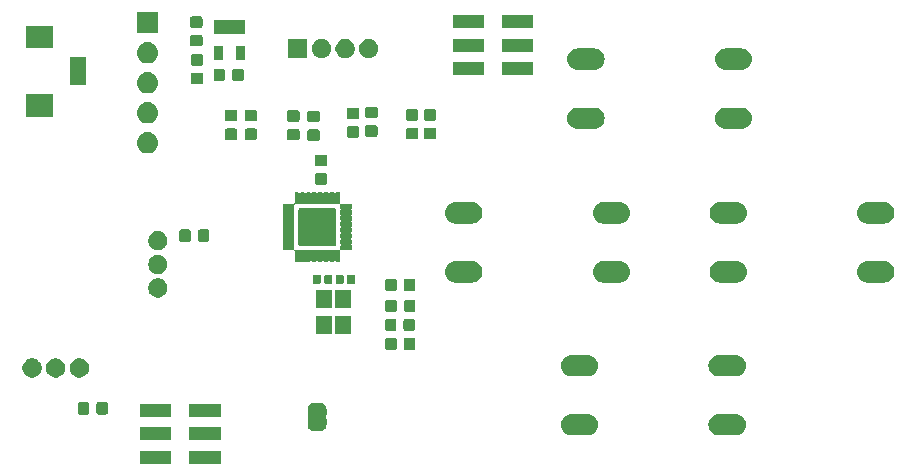
<source format=gts>
G04 #@! TF.GenerationSoftware,KiCad,Pcbnew,5.1.2-f72e74a~84~ubuntu18.04.1*
G04 #@! TF.CreationDate,2019-07-18T22:23:35+09:00*
G04 #@! TF.ProjectId,WiredControllerPcb,57697265-6443-46f6-9e74-726f6c6c6572,rev?*
G04 #@! TF.SameCoordinates,Original*
G04 #@! TF.FileFunction,Soldermask,Top*
G04 #@! TF.FilePolarity,Negative*
%FSLAX46Y46*%
G04 Gerber Fmt 4.6, Leading zero omitted, Abs format (unit mm)*
G04 Created by KiCad (PCBNEW 5.1.2-f72e74a~84~ubuntu18.04.1) date 2019-07-18 22:23:35*
%MOMM*%
%LPD*%
G04 APERTURE LIST*
%ADD10C,0.100000*%
G04 APERTURE END LIST*
D10*
G36*
X132126000Y-80061000D02*
G01*
X129444000Y-80061000D01*
X129444000Y-78959000D01*
X132126000Y-78959000D01*
X132126000Y-80061000D01*
X132126000Y-80061000D01*
G37*
G36*
X127956000Y-80061000D02*
G01*
X125274000Y-80061000D01*
X125274000Y-78959000D01*
X127956000Y-78959000D01*
X127956000Y-80061000D01*
X127956000Y-80061000D01*
G37*
G36*
X127956000Y-78061000D02*
G01*
X125274000Y-78061000D01*
X125274000Y-76959000D01*
X127956000Y-76959000D01*
X127956000Y-78061000D01*
X127956000Y-78061000D01*
G37*
G36*
X132126000Y-78061000D02*
G01*
X129444000Y-78061000D01*
X129444000Y-76959000D01*
X132126000Y-76959000D01*
X132126000Y-78061000D01*
X132126000Y-78061000D01*
G37*
G36*
X163339694Y-75818633D02*
G01*
X163512095Y-75870931D01*
X163670983Y-75955858D01*
X163810249Y-76070151D01*
X163924542Y-76209417D01*
X164009469Y-76368305D01*
X164061767Y-76540706D01*
X164079425Y-76720000D01*
X164061767Y-76899294D01*
X164009469Y-77071695D01*
X163924542Y-77230583D01*
X163810249Y-77369849D01*
X163670983Y-77484142D01*
X163512095Y-77569069D01*
X163339694Y-77621367D01*
X163205331Y-77634600D01*
X161794669Y-77634600D01*
X161660306Y-77621367D01*
X161487905Y-77569069D01*
X161329017Y-77484142D01*
X161189751Y-77369849D01*
X161075458Y-77230583D01*
X160990531Y-77071695D01*
X160938233Y-76899294D01*
X160920575Y-76720000D01*
X160938233Y-76540706D01*
X160990531Y-76368305D01*
X161075458Y-76209417D01*
X161189751Y-76070151D01*
X161329017Y-75955858D01*
X161487905Y-75870931D01*
X161660306Y-75818633D01*
X161794669Y-75805400D01*
X163205331Y-75805400D01*
X163339694Y-75818633D01*
X163339694Y-75818633D01*
G37*
G36*
X175839694Y-75818633D02*
G01*
X176012095Y-75870931D01*
X176170983Y-75955858D01*
X176310249Y-76070151D01*
X176424542Y-76209417D01*
X176509469Y-76368305D01*
X176561767Y-76540706D01*
X176579425Y-76720000D01*
X176561767Y-76899294D01*
X176509469Y-77071695D01*
X176424542Y-77230583D01*
X176310249Y-77369849D01*
X176170983Y-77484142D01*
X176012095Y-77569069D01*
X175839694Y-77621367D01*
X175705331Y-77634600D01*
X174294669Y-77634600D01*
X174160306Y-77621367D01*
X173987905Y-77569069D01*
X173829017Y-77484142D01*
X173689751Y-77369849D01*
X173575458Y-77230583D01*
X173490531Y-77071695D01*
X173438233Y-76899294D01*
X173420575Y-76720000D01*
X173438233Y-76540706D01*
X173490531Y-76368305D01*
X173575458Y-76209417D01*
X173689751Y-76070151D01*
X173829017Y-75955858D01*
X173987905Y-75870931D01*
X174160306Y-75818633D01*
X174294669Y-75805400D01*
X175705331Y-75805400D01*
X175839694Y-75818633D01*
X175839694Y-75818633D01*
G37*
G36*
X140542199Y-74859954D02*
G01*
X140554450Y-74860556D01*
X140572869Y-74860556D01*
X140595149Y-74862750D01*
X140679233Y-74879476D01*
X140700660Y-74885976D01*
X140779858Y-74918780D01*
X140785303Y-74921691D01*
X140785309Y-74921693D01*
X140794169Y-74926429D01*
X140794172Y-74926431D01*
X140799614Y-74929340D01*
X140870899Y-74976971D01*
X140888204Y-74991172D01*
X140948828Y-75051796D01*
X140963029Y-75069101D01*
X141010660Y-75140386D01*
X141013568Y-75145827D01*
X141013571Y-75145831D01*
X141018307Y-75154691D01*
X141018309Y-75154697D01*
X141021220Y-75160142D01*
X141054024Y-75239340D01*
X141060524Y-75260767D01*
X141077250Y-75344851D01*
X141079444Y-75367131D01*
X141079444Y-75385550D01*
X141080046Y-75397801D01*
X141081852Y-75416139D01*
X141081852Y-75903860D01*
X141080263Y-75919999D01*
X141077348Y-75929608D01*
X141072610Y-75938472D01*
X141066237Y-75946237D01*
X141053794Y-75956448D01*
X141043425Y-75963378D01*
X141026098Y-75980705D01*
X141012485Y-76001080D01*
X141003109Y-76023720D01*
X140998329Y-76047753D01*
X140998330Y-76072257D01*
X141003112Y-76096290D01*
X141012490Y-76118929D01*
X141026105Y-76139302D01*
X141043432Y-76156629D01*
X141053802Y-76163558D01*
X141066237Y-76173763D01*
X141072610Y-76181528D01*
X141077348Y-76190392D01*
X141080263Y-76200001D01*
X141081852Y-76216140D01*
X141081852Y-76703862D01*
X141080046Y-76722199D01*
X141079444Y-76734450D01*
X141079444Y-76752869D01*
X141077250Y-76775149D01*
X141060524Y-76859233D01*
X141054024Y-76880660D01*
X141021220Y-76959858D01*
X141018309Y-76965303D01*
X141018307Y-76965309D01*
X141013571Y-76974169D01*
X141013568Y-76974173D01*
X141010660Y-76979614D01*
X140963029Y-77050899D01*
X140948828Y-77068204D01*
X140888204Y-77128828D01*
X140870899Y-77143029D01*
X140799614Y-77190660D01*
X140794173Y-77193568D01*
X140794169Y-77193571D01*
X140785309Y-77198307D01*
X140785303Y-77198309D01*
X140779858Y-77201220D01*
X140700660Y-77234024D01*
X140679233Y-77240524D01*
X140595149Y-77257250D01*
X140572869Y-77259444D01*
X140554450Y-77259444D01*
X140542199Y-77260046D01*
X140523862Y-77261852D01*
X140036138Y-77261852D01*
X140017801Y-77260046D01*
X140005550Y-77259444D01*
X139987131Y-77259444D01*
X139964851Y-77257250D01*
X139880767Y-77240524D01*
X139859340Y-77234024D01*
X139780142Y-77201220D01*
X139774697Y-77198309D01*
X139774691Y-77198307D01*
X139765831Y-77193571D01*
X139765827Y-77193568D01*
X139760386Y-77190660D01*
X139689101Y-77143029D01*
X139671796Y-77128828D01*
X139611172Y-77068204D01*
X139596971Y-77050899D01*
X139549340Y-76979614D01*
X139546432Y-76974173D01*
X139546429Y-76974169D01*
X139541693Y-76965309D01*
X139541691Y-76965303D01*
X139538780Y-76959858D01*
X139505976Y-76880660D01*
X139499476Y-76859233D01*
X139482750Y-76775149D01*
X139480556Y-76752869D01*
X139480556Y-76734450D01*
X139479954Y-76722199D01*
X139478148Y-76703862D01*
X139478148Y-76216140D01*
X139479737Y-76200001D01*
X139482652Y-76190392D01*
X139487390Y-76181528D01*
X139493763Y-76173763D01*
X139506206Y-76163552D01*
X139516575Y-76156622D01*
X139533902Y-76139295D01*
X139547515Y-76118920D01*
X139556891Y-76096280D01*
X139561671Y-76072247D01*
X139561670Y-76047743D01*
X139556888Y-76023710D01*
X139547510Y-76001071D01*
X139533895Y-75980698D01*
X139516568Y-75963371D01*
X139506198Y-75956442D01*
X139493763Y-75946237D01*
X139487390Y-75938472D01*
X139482652Y-75929608D01*
X139479737Y-75919999D01*
X139478148Y-75903860D01*
X139478148Y-75416139D01*
X139479954Y-75397801D01*
X139480556Y-75385550D01*
X139480556Y-75367131D01*
X139482750Y-75344851D01*
X139499476Y-75260767D01*
X139505976Y-75239340D01*
X139538780Y-75160142D01*
X139541691Y-75154697D01*
X139541693Y-75154691D01*
X139546429Y-75145831D01*
X139546432Y-75145827D01*
X139549340Y-75140386D01*
X139596971Y-75069101D01*
X139611172Y-75051796D01*
X139671796Y-74991172D01*
X139689101Y-74976971D01*
X139760386Y-74929340D01*
X139765828Y-74926431D01*
X139765831Y-74926429D01*
X139774691Y-74921693D01*
X139774697Y-74921691D01*
X139780142Y-74918780D01*
X139859340Y-74885976D01*
X139880767Y-74879476D01*
X139964851Y-74862750D01*
X139987131Y-74860556D01*
X140005550Y-74860556D01*
X140017801Y-74859954D01*
X140036139Y-74858148D01*
X140523861Y-74858148D01*
X140542199Y-74859954D01*
X140542199Y-74859954D01*
G37*
G36*
X127956000Y-76061000D02*
G01*
X125274000Y-76061000D01*
X125274000Y-74959000D01*
X127956000Y-74959000D01*
X127956000Y-76061000D01*
X127956000Y-76061000D01*
G37*
G36*
X132126000Y-76061000D02*
G01*
X129444000Y-76061000D01*
X129444000Y-74959000D01*
X132126000Y-74959000D01*
X132126000Y-76061000D01*
X132126000Y-76061000D01*
G37*
G36*
X120852591Y-74818085D02*
G01*
X120886569Y-74828393D01*
X120917890Y-74845134D01*
X120945339Y-74867661D01*
X120967866Y-74895110D01*
X120984607Y-74926431D01*
X120994915Y-74960409D01*
X120999000Y-75001890D01*
X120999000Y-75678110D01*
X120994915Y-75719591D01*
X120984607Y-75753569D01*
X120967866Y-75784890D01*
X120945339Y-75812339D01*
X120917890Y-75834866D01*
X120886569Y-75851607D01*
X120852591Y-75861915D01*
X120811110Y-75866000D01*
X120209890Y-75866000D01*
X120168409Y-75861915D01*
X120134431Y-75851607D01*
X120103110Y-75834866D01*
X120075661Y-75812339D01*
X120053134Y-75784890D01*
X120036393Y-75753569D01*
X120026085Y-75719591D01*
X120022000Y-75678110D01*
X120022000Y-75001890D01*
X120026085Y-74960409D01*
X120036393Y-74926431D01*
X120053134Y-74895110D01*
X120075661Y-74867661D01*
X120103110Y-74845134D01*
X120134431Y-74828393D01*
X120168409Y-74818085D01*
X120209890Y-74814000D01*
X120811110Y-74814000D01*
X120852591Y-74818085D01*
X120852591Y-74818085D01*
G37*
G36*
X122427591Y-74818085D02*
G01*
X122461569Y-74828393D01*
X122492890Y-74845134D01*
X122520339Y-74867661D01*
X122542866Y-74895110D01*
X122559607Y-74926431D01*
X122569915Y-74960409D01*
X122574000Y-75001890D01*
X122574000Y-75678110D01*
X122569915Y-75719591D01*
X122559607Y-75753569D01*
X122542866Y-75784890D01*
X122520339Y-75812339D01*
X122492890Y-75834866D01*
X122461569Y-75851607D01*
X122427591Y-75861915D01*
X122386110Y-75866000D01*
X121784890Y-75866000D01*
X121743409Y-75861915D01*
X121709431Y-75851607D01*
X121678110Y-75834866D01*
X121650661Y-75812339D01*
X121628134Y-75784890D01*
X121611393Y-75753569D01*
X121601085Y-75719591D01*
X121597000Y-75678110D01*
X121597000Y-75001890D01*
X121601085Y-74960409D01*
X121611393Y-74926431D01*
X121628134Y-74895110D01*
X121650661Y-74867661D01*
X121678110Y-74845134D01*
X121709431Y-74828393D01*
X121743409Y-74818085D01*
X121784890Y-74814000D01*
X122386110Y-74814000D01*
X122427591Y-74818085D01*
X122427591Y-74818085D01*
G37*
G36*
X120387142Y-71143242D02*
G01*
X120535101Y-71204529D01*
X120668255Y-71293499D01*
X120781501Y-71406745D01*
X120870471Y-71539899D01*
X120931758Y-71687858D01*
X120963000Y-71844925D01*
X120963000Y-72005075D01*
X120931758Y-72162142D01*
X120870471Y-72310101D01*
X120781501Y-72443255D01*
X120668255Y-72556501D01*
X120535101Y-72645471D01*
X120387142Y-72706758D01*
X120230075Y-72738000D01*
X120069925Y-72738000D01*
X119912858Y-72706758D01*
X119764899Y-72645471D01*
X119631745Y-72556501D01*
X119518499Y-72443255D01*
X119429529Y-72310101D01*
X119368242Y-72162142D01*
X119337000Y-72005075D01*
X119337000Y-71844925D01*
X119368242Y-71687858D01*
X119429529Y-71539899D01*
X119518499Y-71406745D01*
X119631745Y-71293499D01*
X119764899Y-71204529D01*
X119912858Y-71143242D01*
X120069925Y-71112000D01*
X120230075Y-71112000D01*
X120387142Y-71143242D01*
X120387142Y-71143242D01*
G37*
G36*
X118387142Y-71143242D02*
G01*
X118535101Y-71204529D01*
X118668255Y-71293499D01*
X118781501Y-71406745D01*
X118870471Y-71539899D01*
X118931758Y-71687858D01*
X118963000Y-71844925D01*
X118963000Y-72005075D01*
X118931758Y-72162142D01*
X118870471Y-72310101D01*
X118781501Y-72443255D01*
X118668255Y-72556501D01*
X118535101Y-72645471D01*
X118387142Y-72706758D01*
X118230075Y-72738000D01*
X118069925Y-72738000D01*
X117912858Y-72706758D01*
X117764899Y-72645471D01*
X117631745Y-72556501D01*
X117518499Y-72443255D01*
X117429529Y-72310101D01*
X117368242Y-72162142D01*
X117337000Y-72005075D01*
X117337000Y-71844925D01*
X117368242Y-71687858D01*
X117429529Y-71539899D01*
X117518499Y-71406745D01*
X117631745Y-71293499D01*
X117764899Y-71204529D01*
X117912858Y-71143242D01*
X118069925Y-71112000D01*
X118230075Y-71112000D01*
X118387142Y-71143242D01*
X118387142Y-71143242D01*
G37*
G36*
X116387142Y-71143242D02*
G01*
X116535101Y-71204529D01*
X116668255Y-71293499D01*
X116781501Y-71406745D01*
X116870471Y-71539899D01*
X116931758Y-71687858D01*
X116963000Y-71844925D01*
X116963000Y-72005075D01*
X116931758Y-72162142D01*
X116870471Y-72310101D01*
X116781501Y-72443255D01*
X116668255Y-72556501D01*
X116535101Y-72645471D01*
X116387142Y-72706758D01*
X116230075Y-72738000D01*
X116069925Y-72738000D01*
X115912858Y-72706758D01*
X115764899Y-72645471D01*
X115631745Y-72556501D01*
X115518499Y-72443255D01*
X115429529Y-72310101D01*
X115368242Y-72162142D01*
X115337000Y-72005075D01*
X115337000Y-71844925D01*
X115368242Y-71687858D01*
X115429529Y-71539899D01*
X115518499Y-71406745D01*
X115631745Y-71293499D01*
X115764899Y-71204529D01*
X115912858Y-71143242D01*
X116069925Y-71112000D01*
X116230075Y-71112000D01*
X116387142Y-71143242D01*
X116387142Y-71143242D01*
G37*
G36*
X175839694Y-70818633D02*
G01*
X176012095Y-70870931D01*
X176170983Y-70955858D01*
X176310249Y-71070151D01*
X176424542Y-71209417D01*
X176509469Y-71368305D01*
X176561767Y-71540706D01*
X176579425Y-71720000D01*
X176561767Y-71899294D01*
X176509469Y-72071695D01*
X176424542Y-72230583D01*
X176310249Y-72369849D01*
X176170983Y-72484142D01*
X176012095Y-72569069D01*
X175839694Y-72621367D01*
X175705331Y-72634600D01*
X174294669Y-72634600D01*
X174160306Y-72621367D01*
X173987905Y-72569069D01*
X173829017Y-72484142D01*
X173689751Y-72369849D01*
X173575458Y-72230583D01*
X173490531Y-72071695D01*
X173438233Y-71899294D01*
X173420575Y-71720000D01*
X173438233Y-71540706D01*
X173490531Y-71368305D01*
X173575458Y-71209417D01*
X173689751Y-71070151D01*
X173829017Y-70955858D01*
X173987905Y-70870931D01*
X174160306Y-70818633D01*
X174294669Y-70805400D01*
X175705331Y-70805400D01*
X175839694Y-70818633D01*
X175839694Y-70818633D01*
G37*
G36*
X163339694Y-70818633D02*
G01*
X163512095Y-70870931D01*
X163670983Y-70955858D01*
X163810249Y-71070151D01*
X163924542Y-71209417D01*
X164009469Y-71368305D01*
X164061767Y-71540706D01*
X164079425Y-71720000D01*
X164061767Y-71899294D01*
X164009469Y-72071695D01*
X163924542Y-72230583D01*
X163810249Y-72369849D01*
X163670983Y-72484142D01*
X163512095Y-72569069D01*
X163339694Y-72621367D01*
X163205331Y-72634600D01*
X161794669Y-72634600D01*
X161660306Y-72621367D01*
X161487905Y-72569069D01*
X161329017Y-72484142D01*
X161189751Y-72369849D01*
X161075458Y-72230583D01*
X160990531Y-72071695D01*
X160938233Y-71899294D01*
X160920575Y-71720000D01*
X160938233Y-71540706D01*
X160990531Y-71368305D01*
X161075458Y-71209417D01*
X161189751Y-71070151D01*
X161329017Y-70955858D01*
X161487905Y-70870931D01*
X161660306Y-70818633D01*
X161794669Y-70805400D01*
X163205331Y-70805400D01*
X163339694Y-70818633D01*
X163339694Y-70818633D01*
G37*
G36*
X146882591Y-69368085D02*
G01*
X146916569Y-69378393D01*
X146947890Y-69395134D01*
X146975339Y-69417661D01*
X146997866Y-69445110D01*
X147014607Y-69476431D01*
X147024915Y-69510409D01*
X147029000Y-69551890D01*
X147029000Y-70228110D01*
X147024915Y-70269591D01*
X147014607Y-70303569D01*
X146997866Y-70334890D01*
X146975339Y-70362339D01*
X146947890Y-70384866D01*
X146916569Y-70401607D01*
X146882591Y-70411915D01*
X146841110Y-70416000D01*
X146239890Y-70416000D01*
X146198409Y-70411915D01*
X146164431Y-70401607D01*
X146133110Y-70384866D01*
X146105661Y-70362339D01*
X146083134Y-70334890D01*
X146066393Y-70303569D01*
X146056085Y-70269591D01*
X146052000Y-70228110D01*
X146052000Y-69551890D01*
X146056085Y-69510409D01*
X146066393Y-69476431D01*
X146083134Y-69445110D01*
X146105661Y-69417661D01*
X146133110Y-69395134D01*
X146164431Y-69378393D01*
X146198409Y-69368085D01*
X146239890Y-69364000D01*
X146841110Y-69364000D01*
X146882591Y-69368085D01*
X146882591Y-69368085D01*
G37*
G36*
X148457591Y-69368085D02*
G01*
X148491569Y-69378393D01*
X148522890Y-69395134D01*
X148550339Y-69417661D01*
X148572866Y-69445110D01*
X148589607Y-69476431D01*
X148599915Y-69510409D01*
X148604000Y-69551890D01*
X148604000Y-70228110D01*
X148599915Y-70269591D01*
X148589607Y-70303569D01*
X148572866Y-70334890D01*
X148550339Y-70362339D01*
X148522890Y-70384866D01*
X148491569Y-70401607D01*
X148457591Y-70411915D01*
X148416110Y-70416000D01*
X147814890Y-70416000D01*
X147773409Y-70411915D01*
X147739431Y-70401607D01*
X147708110Y-70384866D01*
X147680661Y-70362339D01*
X147658134Y-70334890D01*
X147641393Y-70303569D01*
X147631085Y-70269591D01*
X147627000Y-70228110D01*
X147627000Y-69551890D01*
X147631085Y-69510409D01*
X147641393Y-69476431D01*
X147658134Y-69445110D01*
X147680661Y-69417661D01*
X147708110Y-69395134D01*
X147739431Y-69378393D01*
X147773409Y-69368085D01*
X147814890Y-69364000D01*
X148416110Y-69364000D01*
X148457591Y-69368085D01*
X148457591Y-69368085D01*
G37*
G36*
X143121000Y-69031000D02*
G01*
X141819000Y-69031000D01*
X141819000Y-67529000D01*
X143121000Y-67529000D01*
X143121000Y-69031000D01*
X143121000Y-69031000D01*
G37*
G36*
X141521000Y-69031000D02*
G01*
X140219000Y-69031000D01*
X140219000Y-67529000D01*
X141521000Y-67529000D01*
X141521000Y-69031000D01*
X141521000Y-69031000D01*
G37*
G36*
X148431591Y-67748085D02*
G01*
X148465569Y-67758393D01*
X148496890Y-67775134D01*
X148524339Y-67797661D01*
X148546866Y-67825110D01*
X148563607Y-67856431D01*
X148573915Y-67890409D01*
X148578000Y-67931890D01*
X148578000Y-68608110D01*
X148573915Y-68649591D01*
X148563607Y-68683569D01*
X148546866Y-68714890D01*
X148524339Y-68742339D01*
X148496890Y-68764866D01*
X148465569Y-68781607D01*
X148431591Y-68791915D01*
X148390110Y-68796000D01*
X147788890Y-68796000D01*
X147747409Y-68791915D01*
X147713431Y-68781607D01*
X147682110Y-68764866D01*
X147654661Y-68742339D01*
X147632134Y-68714890D01*
X147615393Y-68683569D01*
X147605085Y-68649591D01*
X147601000Y-68608110D01*
X147601000Y-67931890D01*
X147605085Y-67890409D01*
X147615393Y-67856431D01*
X147632134Y-67825110D01*
X147654661Y-67797661D01*
X147682110Y-67775134D01*
X147713431Y-67758393D01*
X147747409Y-67748085D01*
X147788890Y-67744000D01*
X148390110Y-67744000D01*
X148431591Y-67748085D01*
X148431591Y-67748085D01*
G37*
G36*
X146856591Y-67748085D02*
G01*
X146890569Y-67758393D01*
X146921890Y-67775134D01*
X146949339Y-67797661D01*
X146971866Y-67825110D01*
X146988607Y-67856431D01*
X146998915Y-67890409D01*
X147003000Y-67931890D01*
X147003000Y-68608110D01*
X146998915Y-68649591D01*
X146988607Y-68683569D01*
X146971866Y-68714890D01*
X146949339Y-68742339D01*
X146921890Y-68764866D01*
X146890569Y-68781607D01*
X146856591Y-68791915D01*
X146815110Y-68796000D01*
X146213890Y-68796000D01*
X146172409Y-68791915D01*
X146138431Y-68781607D01*
X146107110Y-68764866D01*
X146079661Y-68742339D01*
X146057134Y-68714890D01*
X146040393Y-68683569D01*
X146030085Y-68649591D01*
X146026000Y-68608110D01*
X146026000Y-67931890D01*
X146030085Y-67890409D01*
X146040393Y-67856431D01*
X146057134Y-67825110D01*
X146079661Y-67797661D01*
X146107110Y-67775134D01*
X146138431Y-67758393D01*
X146172409Y-67748085D01*
X146213890Y-67744000D01*
X146815110Y-67744000D01*
X146856591Y-67748085D01*
X146856591Y-67748085D01*
G37*
G36*
X148469591Y-66138085D02*
G01*
X148503569Y-66148393D01*
X148534890Y-66165134D01*
X148562339Y-66187661D01*
X148584866Y-66215110D01*
X148601607Y-66246431D01*
X148611915Y-66280409D01*
X148616000Y-66321890D01*
X148616000Y-66998110D01*
X148611915Y-67039591D01*
X148601607Y-67073569D01*
X148584866Y-67104890D01*
X148562339Y-67132339D01*
X148534890Y-67154866D01*
X148503569Y-67171607D01*
X148469591Y-67181915D01*
X148428110Y-67186000D01*
X147826890Y-67186000D01*
X147785409Y-67181915D01*
X147751431Y-67171607D01*
X147720110Y-67154866D01*
X147692661Y-67132339D01*
X147670134Y-67104890D01*
X147653393Y-67073569D01*
X147643085Y-67039591D01*
X147639000Y-66998110D01*
X147639000Y-66321890D01*
X147643085Y-66280409D01*
X147653393Y-66246431D01*
X147670134Y-66215110D01*
X147692661Y-66187661D01*
X147720110Y-66165134D01*
X147751431Y-66148393D01*
X147785409Y-66138085D01*
X147826890Y-66134000D01*
X148428110Y-66134000D01*
X148469591Y-66138085D01*
X148469591Y-66138085D01*
G37*
G36*
X146894591Y-66138085D02*
G01*
X146928569Y-66148393D01*
X146959890Y-66165134D01*
X146987339Y-66187661D01*
X147009866Y-66215110D01*
X147026607Y-66246431D01*
X147036915Y-66280409D01*
X147041000Y-66321890D01*
X147041000Y-66998110D01*
X147036915Y-67039591D01*
X147026607Y-67073569D01*
X147009866Y-67104890D01*
X146987339Y-67132339D01*
X146959890Y-67154866D01*
X146928569Y-67171607D01*
X146894591Y-67181915D01*
X146853110Y-67186000D01*
X146251890Y-67186000D01*
X146210409Y-67181915D01*
X146176431Y-67171607D01*
X146145110Y-67154866D01*
X146117661Y-67132339D01*
X146095134Y-67104890D01*
X146078393Y-67073569D01*
X146068085Y-67039591D01*
X146064000Y-66998110D01*
X146064000Y-66321890D01*
X146068085Y-66280409D01*
X146078393Y-66246431D01*
X146095134Y-66215110D01*
X146117661Y-66187661D01*
X146145110Y-66165134D01*
X146176431Y-66148393D01*
X146210409Y-66138085D01*
X146251890Y-66134000D01*
X146853110Y-66134000D01*
X146894591Y-66138085D01*
X146894591Y-66138085D01*
G37*
G36*
X143121000Y-66831000D02*
G01*
X141819000Y-66831000D01*
X141819000Y-65329000D01*
X143121000Y-65329000D01*
X143121000Y-66831000D01*
X143121000Y-66831000D01*
G37*
G36*
X141521000Y-66831000D02*
G01*
X140219000Y-66831000D01*
X140219000Y-65329000D01*
X141521000Y-65329000D01*
X141521000Y-66831000D01*
X141521000Y-66831000D01*
G37*
G36*
X127037142Y-64368242D02*
G01*
X127185101Y-64429529D01*
X127318255Y-64518499D01*
X127431501Y-64631745D01*
X127520471Y-64764899D01*
X127581758Y-64912858D01*
X127613000Y-65069925D01*
X127613000Y-65230075D01*
X127581758Y-65387142D01*
X127520471Y-65535101D01*
X127431501Y-65668255D01*
X127318255Y-65781501D01*
X127185101Y-65870471D01*
X127037142Y-65931758D01*
X126880075Y-65963000D01*
X126719925Y-65963000D01*
X126562858Y-65931758D01*
X126414899Y-65870471D01*
X126281745Y-65781501D01*
X126168499Y-65668255D01*
X126079529Y-65535101D01*
X126018242Y-65387142D01*
X125987000Y-65230075D01*
X125987000Y-65069925D01*
X126018242Y-64912858D01*
X126079529Y-64764899D01*
X126168499Y-64631745D01*
X126281745Y-64518499D01*
X126414899Y-64429529D01*
X126562858Y-64368242D01*
X126719925Y-64337000D01*
X126880075Y-64337000D01*
X127037142Y-64368242D01*
X127037142Y-64368242D01*
G37*
G36*
X146886591Y-64368085D02*
G01*
X146920569Y-64378393D01*
X146951890Y-64395134D01*
X146979339Y-64417661D01*
X147001866Y-64445110D01*
X147018607Y-64476431D01*
X147028915Y-64510409D01*
X147033000Y-64551890D01*
X147033000Y-65228110D01*
X147028915Y-65269591D01*
X147018607Y-65303569D01*
X147001866Y-65334890D01*
X146979339Y-65362339D01*
X146951890Y-65384866D01*
X146920569Y-65401607D01*
X146886591Y-65411915D01*
X146845110Y-65416000D01*
X146243890Y-65416000D01*
X146202409Y-65411915D01*
X146168431Y-65401607D01*
X146137110Y-65384866D01*
X146109661Y-65362339D01*
X146087134Y-65334890D01*
X146070393Y-65303569D01*
X146060085Y-65269591D01*
X146056000Y-65228110D01*
X146056000Y-64551890D01*
X146060085Y-64510409D01*
X146070393Y-64476431D01*
X146087134Y-64445110D01*
X146109661Y-64417661D01*
X146137110Y-64395134D01*
X146168431Y-64378393D01*
X146202409Y-64368085D01*
X146243890Y-64364000D01*
X146845110Y-64364000D01*
X146886591Y-64368085D01*
X146886591Y-64368085D01*
G37*
G36*
X148461591Y-64368085D02*
G01*
X148495569Y-64378393D01*
X148526890Y-64395134D01*
X148554339Y-64417661D01*
X148576866Y-64445110D01*
X148593607Y-64476431D01*
X148603915Y-64510409D01*
X148608000Y-64551890D01*
X148608000Y-65228110D01*
X148603915Y-65269591D01*
X148593607Y-65303569D01*
X148576866Y-65334890D01*
X148554339Y-65362339D01*
X148526890Y-65384866D01*
X148495569Y-65401607D01*
X148461591Y-65411915D01*
X148420110Y-65416000D01*
X147818890Y-65416000D01*
X147777409Y-65411915D01*
X147743431Y-65401607D01*
X147712110Y-65384866D01*
X147684661Y-65362339D01*
X147662134Y-65334890D01*
X147645393Y-65303569D01*
X147635085Y-65269591D01*
X147631000Y-65228110D01*
X147631000Y-64551890D01*
X147635085Y-64510409D01*
X147645393Y-64476431D01*
X147662134Y-64445110D01*
X147684661Y-64417661D01*
X147712110Y-64395134D01*
X147743431Y-64378393D01*
X147777409Y-64368085D01*
X147818890Y-64364000D01*
X148420110Y-64364000D01*
X148461591Y-64368085D01*
X148461591Y-64368085D01*
G37*
G36*
X143416938Y-64061716D02*
G01*
X143437557Y-64067971D01*
X143456553Y-64078124D01*
X143473208Y-64091792D01*
X143486876Y-64108447D01*
X143497029Y-64127443D01*
X143503284Y-64148062D01*
X143506000Y-64175640D01*
X143506000Y-64684360D01*
X143503284Y-64711938D01*
X143497029Y-64732557D01*
X143486876Y-64751553D01*
X143473208Y-64768208D01*
X143456553Y-64781876D01*
X143437557Y-64792029D01*
X143416938Y-64798284D01*
X143389360Y-64801000D01*
X142930640Y-64801000D01*
X142903062Y-64798284D01*
X142882443Y-64792029D01*
X142863447Y-64781876D01*
X142846792Y-64768208D01*
X142833124Y-64751553D01*
X142822971Y-64732557D01*
X142816716Y-64711938D01*
X142814000Y-64684360D01*
X142814000Y-64175640D01*
X142816716Y-64148062D01*
X142822971Y-64127443D01*
X142833124Y-64108447D01*
X142846792Y-64091792D01*
X142863447Y-64078124D01*
X142882443Y-64067971D01*
X142903062Y-64061716D01*
X142930640Y-64059000D01*
X143389360Y-64059000D01*
X143416938Y-64061716D01*
X143416938Y-64061716D01*
G37*
G36*
X142446938Y-64061716D02*
G01*
X142467557Y-64067971D01*
X142486553Y-64078124D01*
X142503208Y-64091792D01*
X142516876Y-64108447D01*
X142527029Y-64127443D01*
X142533284Y-64148062D01*
X142536000Y-64175640D01*
X142536000Y-64684360D01*
X142533284Y-64711938D01*
X142527029Y-64732557D01*
X142516876Y-64751553D01*
X142503208Y-64768208D01*
X142486553Y-64781876D01*
X142467557Y-64792029D01*
X142446938Y-64798284D01*
X142419360Y-64801000D01*
X141960640Y-64801000D01*
X141933062Y-64798284D01*
X141912443Y-64792029D01*
X141893447Y-64781876D01*
X141876792Y-64768208D01*
X141863124Y-64751553D01*
X141852971Y-64732557D01*
X141846716Y-64711938D01*
X141844000Y-64684360D01*
X141844000Y-64175640D01*
X141846716Y-64148062D01*
X141852971Y-64127443D01*
X141863124Y-64108447D01*
X141876792Y-64091792D01*
X141893447Y-64078124D01*
X141912443Y-64067971D01*
X141933062Y-64061716D01*
X141960640Y-64059000D01*
X142419360Y-64059000D01*
X142446938Y-64061716D01*
X142446938Y-64061716D01*
G37*
G36*
X141496938Y-64051716D02*
G01*
X141517557Y-64057971D01*
X141536553Y-64068124D01*
X141553208Y-64081792D01*
X141566876Y-64098447D01*
X141577029Y-64117443D01*
X141583284Y-64138062D01*
X141586000Y-64165640D01*
X141586000Y-64674360D01*
X141583284Y-64701938D01*
X141577029Y-64722557D01*
X141566876Y-64741553D01*
X141553208Y-64758208D01*
X141536553Y-64771876D01*
X141517557Y-64782029D01*
X141496938Y-64788284D01*
X141469360Y-64791000D01*
X141010640Y-64791000D01*
X140983062Y-64788284D01*
X140962443Y-64782029D01*
X140943447Y-64771876D01*
X140926792Y-64758208D01*
X140913124Y-64741553D01*
X140902971Y-64722557D01*
X140896716Y-64701938D01*
X140894000Y-64674360D01*
X140894000Y-64165640D01*
X140896716Y-64138062D01*
X140902971Y-64117443D01*
X140913124Y-64098447D01*
X140926792Y-64081792D01*
X140943447Y-64068124D01*
X140962443Y-64057971D01*
X140983062Y-64051716D01*
X141010640Y-64049000D01*
X141469360Y-64049000D01*
X141496938Y-64051716D01*
X141496938Y-64051716D01*
G37*
G36*
X140526938Y-64051716D02*
G01*
X140547557Y-64057971D01*
X140566553Y-64068124D01*
X140583208Y-64081792D01*
X140596876Y-64098447D01*
X140607029Y-64117443D01*
X140613284Y-64138062D01*
X140616000Y-64165640D01*
X140616000Y-64674360D01*
X140613284Y-64701938D01*
X140607029Y-64722557D01*
X140596876Y-64741553D01*
X140583208Y-64758208D01*
X140566553Y-64771876D01*
X140547557Y-64782029D01*
X140526938Y-64788284D01*
X140499360Y-64791000D01*
X140040640Y-64791000D01*
X140013062Y-64788284D01*
X139992443Y-64782029D01*
X139973447Y-64771876D01*
X139956792Y-64758208D01*
X139943124Y-64741553D01*
X139932971Y-64722557D01*
X139926716Y-64701938D01*
X139924000Y-64674360D01*
X139924000Y-64165640D01*
X139926716Y-64138062D01*
X139932971Y-64117443D01*
X139943124Y-64098447D01*
X139956792Y-64081792D01*
X139973447Y-64068124D01*
X139992443Y-64057971D01*
X140013062Y-64051716D01*
X140040640Y-64049000D01*
X140499360Y-64049000D01*
X140526938Y-64051716D01*
X140526938Y-64051716D01*
G37*
G36*
X188429694Y-62878633D02*
G01*
X188602095Y-62930931D01*
X188760983Y-63015858D01*
X188900249Y-63130151D01*
X189014542Y-63269417D01*
X189099469Y-63428305D01*
X189151767Y-63600706D01*
X189169425Y-63780000D01*
X189151767Y-63959294D01*
X189099469Y-64131695D01*
X189014542Y-64290583D01*
X188900249Y-64429849D01*
X188760983Y-64544142D01*
X188602095Y-64629069D01*
X188429694Y-64681367D01*
X188295331Y-64694600D01*
X186884669Y-64694600D01*
X186750306Y-64681367D01*
X186577905Y-64629069D01*
X186419017Y-64544142D01*
X186279751Y-64429849D01*
X186165458Y-64290583D01*
X186080531Y-64131695D01*
X186028233Y-63959294D01*
X186010575Y-63780000D01*
X186028233Y-63600706D01*
X186080531Y-63428305D01*
X186165458Y-63269417D01*
X186279751Y-63130151D01*
X186419017Y-63015858D01*
X186577905Y-62930931D01*
X186750306Y-62878633D01*
X186884669Y-62865400D01*
X188295331Y-62865400D01*
X188429694Y-62878633D01*
X188429694Y-62878633D01*
G37*
G36*
X166039694Y-62878633D02*
G01*
X166212095Y-62930931D01*
X166370983Y-63015858D01*
X166510249Y-63130151D01*
X166624542Y-63269417D01*
X166709469Y-63428305D01*
X166761767Y-63600706D01*
X166779425Y-63780000D01*
X166761767Y-63959294D01*
X166709469Y-64131695D01*
X166624542Y-64290583D01*
X166510249Y-64429849D01*
X166370983Y-64544142D01*
X166212095Y-64629069D01*
X166039694Y-64681367D01*
X165905331Y-64694600D01*
X164494669Y-64694600D01*
X164360306Y-64681367D01*
X164187905Y-64629069D01*
X164029017Y-64544142D01*
X163889751Y-64429849D01*
X163775458Y-64290583D01*
X163690531Y-64131695D01*
X163638233Y-63959294D01*
X163620575Y-63780000D01*
X163638233Y-63600706D01*
X163690531Y-63428305D01*
X163775458Y-63269417D01*
X163889751Y-63130151D01*
X164029017Y-63015858D01*
X164187905Y-62930931D01*
X164360306Y-62878633D01*
X164494669Y-62865400D01*
X165905331Y-62865400D01*
X166039694Y-62878633D01*
X166039694Y-62878633D01*
G37*
G36*
X153539694Y-62878633D02*
G01*
X153712095Y-62930931D01*
X153870983Y-63015858D01*
X154010249Y-63130151D01*
X154124542Y-63269417D01*
X154209469Y-63428305D01*
X154261767Y-63600706D01*
X154279425Y-63780000D01*
X154261767Y-63959294D01*
X154209469Y-64131695D01*
X154124542Y-64290583D01*
X154010249Y-64429849D01*
X153870983Y-64544142D01*
X153712095Y-64629069D01*
X153539694Y-64681367D01*
X153405331Y-64694600D01*
X151994669Y-64694600D01*
X151860306Y-64681367D01*
X151687905Y-64629069D01*
X151529017Y-64544142D01*
X151389751Y-64429849D01*
X151275458Y-64290583D01*
X151190531Y-64131695D01*
X151138233Y-63959294D01*
X151120575Y-63780000D01*
X151138233Y-63600706D01*
X151190531Y-63428305D01*
X151275458Y-63269417D01*
X151389751Y-63130151D01*
X151529017Y-63015858D01*
X151687905Y-62930931D01*
X151860306Y-62878633D01*
X151994669Y-62865400D01*
X153405331Y-62865400D01*
X153539694Y-62878633D01*
X153539694Y-62878633D01*
G37*
G36*
X175929694Y-62878633D02*
G01*
X176102095Y-62930931D01*
X176260983Y-63015858D01*
X176400249Y-63130151D01*
X176514542Y-63269417D01*
X176599469Y-63428305D01*
X176651767Y-63600706D01*
X176669425Y-63780000D01*
X176651767Y-63959294D01*
X176599469Y-64131695D01*
X176514542Y-64290583D01*
X176400249Y-64429849D01*
X176260983Y-64544142D01*
X176102095Y-64629069D01*
X175929694Y-64681367D01*
X175795331Y-64694600D01*
X174384669Y-64694600D01*
X174250306Y-64681367D01*
X174077905Y-64629069D01*
X173919017Y-64544142D01*
X173779751Y-64429849D01*
X173665458Y-64290583D01*
X173580531Y-64131695D01*
X173528233Y-63959294D01*
X173510575Y-63780000D01*
X173528233Y-63600706D01*
X173580531Y-63428305D01*
X173665458Y-63269417D01*
X173779751Y-63130151D01*
X173919017Y-63015858D01*
X174077905Y-62930931D01*
X174250306Y-62878633D01*
X174384669Y-62865400D01*
X175795331Y-62865400D01*
X175929694Y-62878633D01*
X175929694Y-62878633D01*
G37*
G36*
X127037142Y-62368242D02*
G01*
X127185101Y-62429529D01*
X127318255Y-62518499D01*
X127431501Y-62631745D01*
X127520471Y-62764899D01*
X127581758Y-62912858D01*
X127613000Y-63069925D01*
X127613000Y-63230075D01*
X127581758Y-63387142D01*
X127520471Y-63535101D01*
X127431501Y-63668255D01*
X127318255Y-63781501D01*
X127185101Y-63870471D01*
X127037142Y-63931758D01*
X126880075Y-63963000D01*
X126719925Y-63963000D01*
X126562858Y-63931758D01*
X126414899Y-63870471D01*
X126281745Y-63781501D01*
X126168499Y-63668255D01*
X126079529Y-63535101D01*
X126018242Y-63387142D01*
X125987000Y-63230075D01*
X125987000Y-63069925D01*
X126018242Y-62912858D01*
X126079529Y-62764899D01*
X126168499Y-62631745D01*
X126281745Y-62518499D01*
X126414899Y-62429529D01*
X126562858Y-62368242D01*
X126719925Y-62337000D01*
X126880075Y-62337000D01*
X127037142Y-62368242D01*
X127037142Y-62368242D01*
G37*
G36*
X138705355Y-57065083D02*
G01*
X138710029Y-57066501D01*
X138714330Y-57068800D01*
X138720702Y-57074029D01*
X138741076Y-57087643D01*
X138763715Y-57097020D01*
X138787749Y-57101800D01*
X138812253Y-57101800D01*
X138836286Y-57097019D01*
X138858925Y-57087642D01*
X138879298Y-57074029D01*
X138885670Y-57068800D01*
X138889971Y-57066501D01*
X138894645Y-57065083D01*
X138905641Y-57064000D01*
X139194359Y-57064000D01*
X139205355Y-57065083D01*
X139210029Y-57066501D01*
X139214330Y-57068800D01*
X139220702Y-57074029D01*
X139241076Y-57087643D01*
X139263715Y-57097020D01*
X139287749Y-57101800D01*
X139312253Y-57101800D01*
X139336286Y-57097019D01*
X139358925Y-57087642D01*
X139379298Y-57074029D01*
X139385670Y-57068800D01*
X139389971Y-57066501D01*
X139394645Y-57065083D01*
X139405641Y-57064000D01*
X139694359Y-57064000D01*
X139705355Y-57065083D01*
X139710029Y-57066501D01*
X139714330Y-57068800D01*
X139720702Y-57074029D01*
X139741076Y-57087643D01*
X139763715Y-57097020D01*
X139787749Y-57101800D01*
X139812253Y-57101800D01*
X139836286Y-57097019D01*
X139858925Y-57087642D01*
X139879298Y-57074029D01*
X139885670Y-57068800D01*
X139889971Y-57066501D01*
X139894645Y-57065083D01*
X139905641Y-57064000D01*
X140194359Y-57064000D01*
X140205355Y-57065083D01*
X140210029Y-57066501D01*
X140214330Y-57068800D01*
X140220702Y-57074029D01*
X140241076Y-57087643D01*
X140263715Y-57097020D01*
X140287749Y-57101800D01*
X140312253Y-57101800D01*
X140336286Y-57097019D01*
X140358925Y-57087642D01*
X140379298Y-57074029D01*
X140385670Y-57068800D01*
X140389971Y-57066501D01*
X140394645Y-57065083D01*
X140405641Y-57064000D01*
X140694359Y-57064000D01*
X140705355Y-57065083D01*
X140710029Y-57066501D01*
X140714330Y-57068800D01*
X140720702Y-57074029D01*
X140741076Y-57087643D01*
X140763715Y-57097020D01*
X140787749Y-57101800D01*
X140812253Y-57101800D01*
X140836286Y-57097019D01*
X140858925Y-57087642D01*
X140879298Y-57074029D01*
X140885670Y-57068800D01*
X140889971Y-57066501D01*
X140894645Y-57065083D01*
X140905641Y-57064000D01*
X141194359Y-57064000D01*
X141205355Y-57065083D01*
X141210029Y-57066501D01*
X141214330Y-57068800D01*
X141220702Y-57074029D01*
X141241076Y-57087643D01*
X141263715Y-57097020D01*
X141287749Y-57101800D01*
X141312253Y-57101800D01*
X141336286Y-57097019D01*
X141358925Y-57087642D01*
X141379298Y-57074029D01*
X141385670Y-57068800D01*
X141389971Y-57066501D01*
X141394645Y-57065083D01*
X141405641Y-57064000D01*
X141694359Y-57064000D01*
X141705355Y-57065083D01*
X141710029Y-57066501D01*
X141714330Y-57068800D01*
X141720702Y-57074029D01*
X141741076Y-57087643D01*
X141763715Y-57097020D01*
X141787749Y-57101800D01*
X141812253Y-57101800D01*
X141836286Y-57097019D01*
X141858925Y-57087642D01*
X141879298Y-57074029D01*
X141885670Y-57068800D01*
X141889971Y-57066501D01*
X141894645Y-57065083D01*
X141905641Y-57064000D01*
X142194359Y-57064000D01*
X142205355Y-57065083D01*
X142210029Y-57066501D01*
X142214331Y-57068800D01*
X142218104Y-57071896D01*
X142221200Y-57075669D01*
X142223499Y-57079971D01*
X142224917Y-57084645D01*
X142226000Y-57095641D01*
X142226000Y-57939001D01*
X142228402Y-57963387D01*
X142235515Y-57986836D01*
X142247066Y-58008447D01*
X142262611Y-58027389D01*
X142281553Y-58042934D01*
X142303164Y-58054485D01*
X142326613Y-58061598D01*
X142350999Y-58064000D01*
X143194359Y-58064000D01*
X143205355Y-58065083D01*
X143210029Y-58066501D01*
X143214331Y-58068800D01*
X143218104Y-58071896D01*
X143221200Y-58075669D01*
X143223499Y-58079971D01*
X143224917Y-58084645D01*
X143226000Y-58095641D01*
X143226000Y-58384359D01*
X143224917Y-58395355D01*
X143223499Y-58400029D01*
X143221200Y-58404330D01*
X143215971Y-58410702D01*
X143202357Y-58431076D01*
X143192980Y-58453715D01*
X143188200Y-58477749D01*
X143188200Y-58502253D01*
X143192981Y-58526286D01*
X143202358Y-58548925D01*
X143215971Y-58569298D01*
X143221200Y-58575670D01*
X143223499Y-58579971D01*
X143224917Y-58584645D01*
X143226000Y-58595641D01*
X143226000Y-58884359D01*
X143224917Y-58895355D01*
X143223499Y-58900029D01*
X143221200Y-58904330D01*
X143215971Y-58910702D01*
X143202357Y-58931076D01*
X143192980Y-58953715D01*
X143188200Y-58977749D01*
X143188200Y-59002253D01*
X143192981Y-59026286D01*
X143202358Y-59048925D01*
X143215971Y-59069298D01*
X143221200Y-59075670D01*
X143223499Y-59079971D01*
X143224917Y-59084645D01*
X143226000Y-59095641D01*
X143226000Y-59384359D01*
X143224917Y-59395355D01*
X143223499Y-59400029D01*
X143221200Y-59404330D01*
X143215971Y-59410702D01*
X143202357Y-59431076D01*
X143192980Y-59453715D01*
X143188200Y-59477749D01*
X143188200Y-59502253D01*
X143192981Y-59526286D01*
X143202358Y-59548925D01*
X143215971Y-59569298D01*
X143221200Y-59575670D01*
X143223499Y-59579971D01*
X143224917Y-59584645D01*
X143226000Y-59595641D01*
X143226000Y-59884359D01*
X143224917Y-59895355D01*
X143223499Y-59900029D01*
X143221200Y-59904330D01*
X143215971Y-59910702D01*
X143202357Y-59931076D01*
X143192980Y-59953715D01*
X143188200Y-59977749D01*
X143188200Y-60002253D01*
X143192981Y-60026286D01*
X143202358Y-60048925D01*
X143215971Y-60069298D01*
X143221200Y-60075670D01*
X143223499Y-60079971D01*
X143224917Y-60084645D01*
X143226000Y-60095641D01*
X143226000Y-60384359D01*
X143224917Y-60395355D01*
X143223499Y-60400029D01*
X143221200Y-60404330D01*
X143215971Y-60410702D01*
X143202357Y-60431076D01*
X143192980Y-60453715D01*
X143188200Y-60477749D01*
X143188200Y-60502253D01*
X143192981Y-60526286D01*
X143202358Y-60548925D01*
X143215971Y-60569298D01*
X143221200Y-60575670D01*
X143223499Y-60579971D01*
X143224917Y-60584645D01*
X143226000Y-60595641D01*
X143226000Y-60884359D01*
X143224917Y-60895355D01*
X143223499Y-60900029D01*
X143221200Y-60904330D01*
X143215971Y-60910702D01*
X143202357Y-60931076D01*
X143192980Y-60953715D01*
X143188200Y-60977749D01*
X143188200Y-61002253D01*
X143192981Y-61026286D01*
X143202358Y-61048925D01*
X143215971Y-61069298D01*
X143221200Y-61075670D01*
X143223499Y-61079971D01*
X143224917Y-61084645D01*
X143226000Y-61095641D01*
X143226000Y-61384359D01*
X143224917Y-61395355D01*
X143223499Y-61400029D01*
X143221200Y-61404330D01*
X143215971Y-61410702D01*
X143202357Y-61431076D01*
X143192980Y-61453715D01*
X143188200Y-61477749D01*
X143188200Y-61502253D01*
X143192981Y-61526286D01*
X143202358Y-61548925D01*
X143215971Y-61569298D01*
X143221200Y-61575670D01*
X143223499Y-61579971D01*
X143224917Y-61584645D01*
X143226000Y-61595641D01*
X143226000Y-61884359D01*
X143224917Y-61895355D01*
X143223499Y-61900029D01*
X143221200Y-61904331D01*
X143218104Y-61908104D01*
X143214331Y-61911200D01*
X143210029Y-61913499D01*
X143205355Y-61914917D01*
X143194359Y-61916000D01*
X142350999Y-61916000D01*
X142326613Y-61918402D01*
X142303164Y-61925515D01*
X142281553Y-61937066D01*
X142262611Y-61952611D01*
X142247066Y-61971553D01*
X142235515Y-61993164D01*
X142228402Y-62016613D01*
X142226000Y-62040999D01*
X142226000Y-62884359D01*
X142224917Y-62895355D01*
X142223499Y-62900029D01*
X142221200Y-62904331D01*
X142218104Y-62908104D01*
X142214331Y-62911200D01*
X142210029Y-62913499D01*
X142205355Y-62914917D01*
X142194359Y-62916000D01*
X141905641Y-62916000D01*
X141894645Y-62914917D01*
X141889971Y-62913499D01*
X141885670Y-62911200D01*
X141879298Y-62905971D01*
X141858924Y-62892357D01*
X141836285Y-62882980D01*
X141812251Y-62878200D01*
X141787747Y-62878200D01*
X141763714Y-62882981D01*
X141741075Y-62892358D01*
X141720702Y-62905971D01*
X141714330Y-62911200D01*
X141710029Y-62913499D01*
X141705355Y-62914917D01*
X141694359Y-62916000D01*
X141405641Y-62916000D01*
X141394645Y-62914917D01*
X141389971Y-62913499D01*
X141385670Y-62911200D01*
X141379298Y-62905971D01*
X141358924Y-62892357D01*
X141336285Y-62882980D01*
X141312251Y-62878200D01*
X141287747Y-62878200D01*
X141263714Y-62882981D01*
X141241075Y-62892358D01*
X141220702Y-62905971D01*
X141214330Y-62911200D01*
X141210029Y-62913499D01*
X141205355Y-62914917D01*
X141194359Y-62916000D01*
X140905641Y-62916000D01*
X140894645Y-62914917D01*
X140889971Y-62913499D01*
X140885670Y-62911200D01*
X140879298Y-62905971D01*
X140858924Y-62892357D01*
X140836285Y-62882980D01*
X140812251Y-62878200D01*
X140787747Y-62878200D01*
X140763714Y-62882981D01*
X140741075Y-62892358D01*
X140720702Y-62905971D01*
X140714330Y-62911200D01*
X140710029Y-62913499D01*
X140705355Y-62914917D01*
X140694359Y-62916000D01*
X140405641Y-62916000D01*
X140394645Y-62914917D01*
X140389971Y-62913499D01*
X140385670Y-62911200D01*
X140379298Y-62905971D01*
X140358924Y-62892357D01*
X140336285Y-62882980D01*
X140312251Y-62878200D01*
X140287747Y-62878200D01*
X140263714Y-62882981D01*
X140241075Y-62892358D01*
X140220702Y-62905971D01*
X140214330Y-62911200D01*
X140210029Y-62913499D01*
X140205355Y-62914917D01*
X140194359Y-62916000D01*
X139905641Y-62916000D01*
X139894645Y-62914917D01*
X139889971Y-62913499D01*
X139885670Y-62911200D01*
X139879298Y-62905971D01*
X139858924Y-62892357D01*
X139836285Y-62882980D01*
X139812251Y-62878200D01*
X139787747Y-62878200D01*
X139763714Y-62882981D01*
X139741075Y-62892358D01*
X139720702Y-62905971D01*
X139714330Y-62911200D01*
X139710029Y-62913499D01*
X139705355Y-62914917D01*
X139694359Y-62916000D01*
X139405641Y-62916000D01*
X139394645Y-62914917D01*
X139389971Y-62913499D01*
X139385670Y-62911200D01*
X139379298Y-62905971D01*
X139358924Y-62892357D01*
X139336285Y-62882980D01*
X139312251Y-62878200D01*
X139287747Y-62878200D01*
X139263714Y-62882981D01*
X139241075Y-62892358D01*
X139220702Y-62905971D01*
X139214330Y-62911200D01*
X139210029Y-62913499D01*
X139205355Y-62914917D01*
X139194359Y-62916000D01*
X138905641Y-62916000D01*
X138894645Y-62914917D01*
X138889971Y-62913499D01*
X138885670Y-62911200D01*
X138879298Y-62905971D01*
X138858924Y-62892357D01*
X138836285Y-62882980D01*
X138812251Y-62878200D01*
X138787747Y-62878200D01*
X138763714Y-62882981D01*
X138741075Y-62892358D01*
X138720702Y-62905971D01*
X138714330Y-62911200D01*
X138710029Y-62913499D01*
X138705355Y-62914917D01*
X138694359Y-62916000D01*
X138405641Y-62916000D01*
X138394645Y-62914917D01*
X138389971Y-62913499D01*
X138385669Y-62911200D01*
X138381896Y-62908104D01*
X138378800Y-62904331D01*
X138376501Y-62900029D01*
X138375083Y-62895355D01*
X138374000Y-62884359D01*
X138374000Y-62040999D01*
X138371598Y-62016613D01*
X138364485Y-61993164D01*
X138352934Y-61971553D01*
X138337389Y-61952611D01*
X138318447Y-61937066D01*
X138296836Y-61925515D01*
X138273387Y-61918402D01*
X138249001Y-61916000D01*
X137405641Y-61916000D01*
X137394645Y-61914917D01*
X137389971Y-61913499D01*
X137385669Y-61911200D01*
X137381896Y-61908104D01*
X137378800Y-61904331D01*
X137376501Y-61900029D01*
X137375083Y-61895355D01*
X137374000Y-61884359D01*
X137374000Y-61595641D01*
X137375083Y-61584645D01*
X137376501Y-61579971D01*
X137378800Y-61575670D01*
X137384029Y-61569298D01*
X137397643Y-61548924D01*
X137407020Y-61526285D01*
X137411800Y-61502251D01*
X137411800Y-61477747D01*
X137407019Y-61453714D01*
X137397642Y-61431075D01*
X137384029Y-61410702D01*
X137378800Y-61404330D01*
X137376501Y-61400029D01*
X137375083Y-61395355D01*
X137374000Y-61384359D01*
X137374000Y-61095641D01*
X137375083Y-61084645D01*
X137376501Y-61079971D01*
X137378800Y-61075670D01*
X137384029Y-61069298D01*
X137397643Y-61048924D01*
X137407020Y-61026285D01*
X137411800Y-61002251D01*
X137411800Y-60977747D01*
X137407019Y-60953714D01*
X137397642Y-60931075D01*
X137384029Y-60910702D01*
X137378800Y-60904330D01*
X137376501Y-60900029D01*
X137375083Y-60895355D01*
X137374000Y-60884359D01*
X137374000Y-60595641D01*
X137375083Y-60584645D01*
X137376501Y-60579971D01*
X137378800Y-60575670D01*
X137384029Y-60569298D01*
X137397643Y-60548924D01*
X137407020Y-60526285D01*
X137411800Y-60502251D01*
X137411800Y-60477747D01*
X137407019Y-60453714D01*
X137397642Y-60431075D01*
X137384029Y-60410702D01*
X137378800Y-60404330D01*
X137376501Y-60400029D01*
X137375083Y-60395355D01*
X137374000Y-60384359D01*
X137374000Y-60095641D01*
X137375083Y-60084645D01*
X137376501Y-60079971D01*
X137378800Y-60075670D01*
X137384029Y-60069298D01*
X137397643Y-60048924D01*
X137407020Y-60026285D01*
X137411800Y-60002251D01*
X137411800Y-59977747D01*
X137407019Y-59953714D01*
X137397642Y-59931075D01*
X137384029Y-59910702D01*
X137378800Y-59904330D01*
X137376501Y-59900029D01*
X137375083Y-59895355D01*
X137374000Y-59884359D01*
X137374000Y-59595641D01*
X137375083Y-59584645D01*
X137376501Y-59579971D01*
X137378800Y-59575670D01*
X137384029Y-59569298D01*
X137397643Y-59548924D01*
X137407020Y-59526285D01*
X137411800Y-59502251D01*
X137411800Y-59477747D01*
X137407019Y-59453714D01*
X137397642Y-59431075D01*
X137384029Y-59410702D01*
X137378800Y-59404330D01*
X137376501Y-59400029D01*
X137375083Y-59395355D01*
X137374000Y-59384359D01*
X137374000Y-59095641D01*
X137375083Y-59084645D01*
X137376501Y-59079971D01*
X137378800Y-59075670D01*
X137384029Y-59069298D01*
X137397643Y-59048924D01*
X137407020Y-59026285D01*
X137411800Y-59002251D01*
X137411800Y-58977747D01*
X137407019Y-58953714D01*
X137397642Y-58931075D01*
X137384029Y-58910702D01*
X137378800Y-58904330D01*
X137376501Y-58900029D01*
X137375083Y-58895355D01*
X137374000Y-58884359D01*
X137374000Y-58595641D01*
X137375083Y-58584645D01*
X137376501Y-58579971D01*
X137378800Y-58575670D01*
X137384029Y-58569298D01*
X137397643Y-58548924D01*
X137407020Y-58526285D01*
X137411800Y-58502251D01*
X137411800Y-58477749D01*
X138313200Y-58477749D01*
X138313200Y-58502253D01*
X138317981Y-58526286D01*
X138327358Y-58548925D01*
X138340971Y-58569298D01*
X138346200Y-58575670D01*
X138348499Y-58579971D01*
X138349917Y-58584645D01*
X138351000Y-58595641D01*
X138351000Y-58884359D01*
X138349917Y-58895355D01*
X138348499Y-58900029D01*
X138346200Y-58904330D01*
X138340971Y-58910702D01*
X138327357Y-58931076D01*
X138317980Y-58953715D01*
X138313200Y-58977749D01*
X138313200Y-59002253D01*
X138317981Y-59026286D01*
X138327358Y-59048925D01*
X138340971Y-59069298D01*
X138346200Y-59075670D01*
X138348499Y-59079971D01*
X138349917Y-59084645D01*
X138351000Y-59095641D01*
X138351000Y-59384359D01*
X138349917Y-59395355D01*
X138348499Y-59400029D01*
X138346200Y-59404330D01*
X138340971Y-59410702D01*
X138327357Y-59431076D01*
X138317980Y-59453715D01*
X138313200Y-59477749D01*
X138313200Y-59502253D01*
X138317981Y-59526286D01*
X138327358Y-59548925D01*
X138340971Y-59569298D01*
X138346200Y-59575670D01*
X138348499Y-59579971D01*
X138349917Y-59584645D01*
X138351000Y-59595641D01*
X138351000Y-59884359D01*
X138349917Y-59895355D01*
X138348499Y-59900029D01*
X138346200Y-59904330D01*
X138340971Y-59910702D01*
X138327357Y-59931076D01*
X138317980Y-59953715D01*
X138313200Y-59977749D01*
X138313200Y-60002253D01*
X138317981Y-60026286D01*
X138327358Y-60048925D01*
X138340971Y-60069298D01*
X138346200Y-60075670D01*
X138348499Y-60079971D01*
X138349917Y-60084645D01*
X138351000Y-60095641D01*
X138351000Y-60384359D01*
X138349917Y-60395355D01*
X138348499Y-60400029D01*
X138346200Y-60404330D01*
X138340971Y-60410702D01*
X138327357Y-60431076D01*
X138317980Y-60453715D01*
X138313200Y-60477749D01*
X138313200Y-60502253D01*
X138317981Y-60526286D01*
X138327358Y-60548925D01*
X138340971Y-60569298D01*
X138346200Y-60575670D01*
X138348499Y-60579971D01*
X138349917Y-60584645D01*
X138351000Y-60595641D01*
X138351000Y-60884359D01*
X138349917Y-60895355D01*
X138348499Y-60900029D01*
X138346200Y-60904330D01*
X138340971Y-60910702D01*
X138327357Y-60931076D01*
X138317980Y-60953715D01*
X138313200Y-60977749D01*
X138313200Y-61002253D01*
X138317981Y-61026286D01*
X138327358Y-61048925D01*
X138340971Y-61069298D01*
X138346200Y-61075670D01*
X138348499Y-61079971D01*
X138349917Y-61084645D01*
X138351000Y-61095641D01*
X138351000Y-61384359D01*
X138349917Y-61395355D01*
X138348499Y-61400029D01*
X138346200Y-61404330D01*
X138340971Y-61410702D01*
X138327357Y-61431076D01*
X138317980Y-61453715D01*
X138313200Y-61477749D01*
X138313200Y-61502253D01*
X138317981Y-61526286D01*
X138327358Y-61548925D01*
X138340971Y-61569298D01*
X138346200Y-61575670D01*
X138348499Y-61579971D01*
X138349917Y-61584645D01*
X138351000Y-61595641D01*
X138351000Y-61814001D01*
X138353402Y-61838387D01*
X138360515Y-61861836D01*
X138372066Y-61883447D01*
X138387611Y-61902389D01*
X138406553Y-61917934D01*
X138428164Y-61929485D01*
X138451613Y-61936598D01*
X138475999Y-61939000D01*
X138694359Y-61939000D01*
X138705355Y-61940083D01*
X138710029Y-61941501D01*
X138714330Y-61943800D01*
X138720702Y-61949029D01*
X138741076Y-61962643D01*
X138763715Y-61972020D01*
X138787749Y-61976800D01*
X138812253Y-61976800D01*
X138836286Y-61972019D01*
X138858925Y-61962642D01*
X138879298Y-61949029D01*
X138885670Y-61943800D01*
X138889971Y-61941501D01*
X138894645Y-61940083D01*
X138905641Y-61939000D01*
X139194359Y-61939000D01*
X139205355Y-61940083D01*
X139210029Y-61941501D01*
X139214330Y-61943800D01*
X139220702Y-61949029D01*
X139241076Y-61962643D01*
X139263715Y-61972020D01*
X139287749Y-61976800D01*
X139312253Y-61976800D01*
X139336286Y-61972019D01*
X139358925Y-61962642D01*
X139379298Y-61949029D01*
X139385670Y-61943800D01*
X139389971Y-61941501D01*
X139394645Y-61940083D01*
X139405641Y-61939000D01*
X139694359Y-61939000D01*
X139705355Y-61940083D01*
X139710029Y-61941501D01*
X139714330Y-61943800D01*
X139720702Y-61949029D01*
X139741076Y-61962643D01*
X139763715Y-61972020D01*
X139787749Y-61976800D01*
X139812253Y-61976800D01*
X139836286Y-61972019D01*
X139858925Y-61962642D01*
X139879298Y-61949029D01*
X139885670Y-61943800D01*
X139889971Y-61941501D01*
X139894645Y-61940083D01*
X139905641Y-61939000D01*
X140194359Y-61939000D01*
X140205355Y-61940083D01*
X140210029Y-61941501D01*
X140214330Y-61943800D01*
X140220702Y-61949029D01*
X140241076Y-61962643D01*
X140263715Y-61972020D01*
X140287749Y-61976800D01*
X140312253Y-61976800D01*
X140336286Y-61972019D01*
X140358925Y-61962642D01*
X140379298Y-61949029D01*
X140385670Y-61943800D01*
X140389971Y-61941501D01*
X140394645Y-61940083D01*
X140405641Y-61939000D01*
X140694359Y-61939000D01*
X140705355Y-61940083D01*
X140710029Y-61941501D01*
X140714330Y-61943800D01*
X140720702Y-61949029D01*
X140741076Y-61962643D01*
X140763715Y-61972020D01*
X140787749Y-61976800D01*
X140812253Y-61976800D01*
X140836286Y-61972019D01*
X140858925Y-61962642D01*
X140879298Y-61949029D01*
X140885670Y-61943800D01*
X140889971Y-61941501D01*
X140894645Y-61940083D01*
X140905641Y-61939000D01*
X141194359Y-61939000D01*
X141205355Y-61940083D01*
X141210029Y-61941501D01*
X141214330Y-61943800D01*
X141220702Y-61949029D01*
X141241076Y-61962643D01*
X141263715Y-61972020D01*
X141287749Y-61976800D01*
X141312253Y-61976800D01*
X141336286Y-61972019D01*
X141358925Y-61962642D01*
X141379298Y-61949029D01*
X141385670Y-61943800D01*
X141389971Y-61941501D01*
X141394645Y-61940083D01*
X141405641Y-61939000D01*
X141694359Y-61939000D01*
X141705355Y-61940083D01*
X141710029Y-61941501D01*
X141714330Y-61943800D01*
X141720702Y-61949029D01*
X141741076Y-61962643D01*
X141763715Y-61972020D01*
X141787749Y-61976800D01*
X141812253Y-61976800D01*
X141836286Y-61972019D01*
X141858925Y-61962642D01*
X141879298Y-61949029D01*
X141885670Y-61943800D01*
X141889971Y-61941501D01*
X141894645Y-61940083D01*
X141905641Y-61939000D01*
X142124001Y-61939000D01*
X142148387Y-61936598D01*
X142171836Y-61929485D01*
X142193447Y-61917934D01*
X142212389Y-61902389D01*
X142227934Y-61883447D01*
X142239485Y-61861836D01*
X142246598Y-61838387D01*
X142249000Y-61814001D01*
X142249000Y-61595641D01*
X142250083Y-61584645D01*
X142251501Y-61579971D01*
X142253800Y-61575670D01*
X142259029Y-61569298D01*
X142272643Y-61548924D01*
X142282020Y-61526285D01*
X142286800Y-61502251D01*
X142286800Y-61477747D01*
X142282019Y-61453714D01*
X142272642Y-61431075D01*
X142259029Y-61410702D01*
X142253800Y-61404330D01*
X142251501Y-61400029D01*
X142250083Y-61395355D01*
X142249000Y-61384359D01*
X142249000Y-61095641D01*
X142250083Y-61084645D01*
X142251501Y-61079971D01*
X142253800Y-61075670D01*
X142259029Y-61069298D01*
X142272643Y-61048924D01*
X142282020Y-61026285D01*
X142286800Y-61002251D01*
X142286800Y-60977747D01*
X142282019Y-60953714D01*
X142272642Y-60931075D01*
X142259029Y-60910702D01*
X142253800Y-60904330D01*
X142251501Y-60900029D01*
X142250083Y-60895355D01*
X142249000Y-60884359D01*
X142249000Y-60595641D01*
X142250083Y-60584645D01*
X142251501Y-60579971D01*
X142253800Y-60575670D01*
X142259029Y-60569298D01*
X142272643Y-60548924D01*
X142282020Y-60526285D01*
X142286800Y-60502251D01*
X142286800Y-60477747D01*
X142282019Y-60453714D01*
X142272642Y-60431075D01*
X142259029Y-60410702D01*
X142253800Y-60404330D01*
X142251501Y-60400029D01*
X142250083Y-60395355D01*
X142249000Y-60384359D01*
X142249000Y-60095641D01*
X142250083Y-60084645D01*
X142251501Y-60079971D01*
X142253800Y-60075670D01*
X142259029Y-60069298D01*
X142272643Y-60048924D01*
X142282020Y-60026285D01*
X142286800Y-60002251D01*
X142286800Y-59977747D01*
X142282019Y-59953714D01*
X142272642Y-59931075D01*
X142259029Y-59910702D01*
X142253800Y-59904330D01*
X142251501Y-59900029D01*
X142250083Y-59895355D01*
X142249000Y-59884359D01*
X142249000Y-59595641D01*
X142250083Y-59584645D01*
X142251501Y-59579971D01*
X142253800Y-59575670D01*
X142259029Y-59569298D01*
X142272643Y-59548924D01*
X142282020Y-59526285D01*
X142286800Y-59502251D01*
X142286800Y-59477747D01*
X142282019Y-59453714D01*
X142272642Y-59431075D01*
X142259029Y-59410702D01*
X142253800Y-59404330D01*
X142251501Y-59400029D01*
X142250083Y-59395355D01*
X142249000Y-59384359D01*
X142249000Y-59095641D01*
X142250083Y-59084645D01*
X142251501Y-59079971D01*
X142253800Y-59075670D01*
X142259029Y-59069298D01*
X142272643Y-59048924D01*
X142282020Y-59026285D01*
X142286800Y-59002251D01*
X142286800Y-58977747D01*
X142282019Y-58953714D01*
X142272642Y-58931075D01*
X142259029Y-58910702D01*
X142253800Y-58904330D01*
X142251501Y-58900029D01*
X142250083Y-58895355D01*
X142249000Y-58884359D01*
X142249000Y-58595641D01*
X142250083Y-58584645D01*
X142251501Y-58579971D01*
X142253800Y-58575670D01*
X142259029Y-58569298D01*
X142272643Y-58548924D01*
X142282020Y-58526285D01*
X142286800Y-58502251D01*
X142286800Y-58477747D01*
X142282019Y-58453714D01*
X142272642Y-58431075D01*
X142259029Y-58410702D01*
X142253800Y-58404330D01*
X142251501Y-58400029D01*
X142250083Y-58395355D01*
X142249000Y-58384359D01*
X142249000Y-58165999D01*
X142246598Y-58141613D01*
X142239485Y-58118164D01*
X142227934Y-58096553D01*
X142212389Y-58077611D01*
X142193447Y-58062066D01*
X142171836Y-58050515D01*
X142148387Y-58043402D01*
X142124001Y-58041000D01*
X141905641Y-58041000D01*
X141894645Y-58039917D01*
X141889971Y-58038499D01*
X141885670Y-58036200D01*
X141879298Y-58030971D01*
X141858924Y-58017357D01*
X141836285Y-58007980D01*
X141812251Y-58003200D01*
X141787747Y-58003200D01*
X141763714Y-58007981D01*
X141741075Y-58017358D01*
X141720702Y-58030971D01*
X141714330Y-58036200D01*
X141710029Y-58038499D01*
X141705355Y-58039917D01*
X141694359Y-58041000D01*
X141405641Y-58041000D01*
X141394645Y-58039917D01*
X141389971Y-58038499D01*
X141385670Y-58036200D01*
X141379298Y-58030971D01*
X141358924Y-58017357D01*
X141336285Y-58007980D01*
X141312251Y-58003200D01*
X141287747Y-58003200D01*
X141263714Y-58007981D01*
X141241075Y-58017358D01*
X141220702Y-58030971D01*
X141214330Y-58036200D01*
X141210029Y-58038499D01*
X141205355Y-58039917D01*
X141194359Y-58041000D01*
X140905641Y-58041000D01*
X140894645Y-58039917D01*
X140889971Y-58038499D01*
X140885670Y-58036200D01*
X140879298Y-58030971D01*
X140858924Y-58017357D01*
X140836285Y-58007980D01*
X140812251Y-58003200D01*
X140787747Y-58003200D01*
X140763714Y-58007981D01*
X140741075Y-58017358D01*
X140720702Y-58030971D01*
X140714330Y-58036200D01*
X140710029Y-58038499D01*
X140705355Y-58039917D01*
X140694359Y-58041000D01*
X140405641Y-58041000D01*
X140394645Y-58039917D01*
X140389971Y-58038499D01*
X140385670Y-58036200D01*
X140379298Y-58030971D01*
X140358924Y-58017357D01*
X140336285Y-58007980D01*
X140312251Y-58003200D01*
X140287747Y-58003200D01*
X140263714Y-58007981D01*
X140241075Y-58017358D01*
X140220702Y-58030971D01*
X140214330Y-58036200D01*
X140210029Y-58038499D01*
X140205355Y-58039917D01*
X140194359Y-58041000D01*
X139905641Y-58041000D01*
X139894645Y-58039917D01*
X139889971Y-58038499D01*
X139885670Y-58036200D01*
X139879298Y-58030971D01*
X139858924Y-58017357D01*
X139836285Y-58007980D01*
X139812251Y-58003200D01*
X139787747Y-58003200D01*
X139763714Y-58007981D01*
X139741075Y-58017358D01*
X139720702Y-58030971D01*
X139714330Y-58036200D01*
X139710029Y-58038499D01*
X139705355Y-58039917D01*
X139694359Y-58041000D01*
X139405641Y-58041000D01*
X139394645Y-58039917D01*
X139389971Y-58038499D01*
X139385670Y-58036200D01*
X139379298Y-58030971D01*
X139358924Y-58017357D01*
X139336285Y-58007980D01*
X139312251Y-58003200D01*
X139287747Y-58003200D01*
X139263714Y-58007981D01*
X139241075Y-58017358D01*
X139220702Y-58030971D01*
X139214330Y-58036200D01*
X139210029Y-58038499D01*
X139205355Y-58039917D01*
X139194359Y-58041000D01*
X138905641Y-58041000D01*
X138894645Y-58039917D01*
X138889971Y-58038499D01*
X138885670Y-58036200D01*
X138879298Y-58030971D01*
X138858924Y-58017357D01*
X138836285Y-58007980D01*
X138812251Y-58003200D01*
X138787747Y-58003200D01*
X138763714Y-58007981D01*
X138741075Y-58017358D01*
X138720702Y-58030971D01*
X138714330Y-58036200D01*
X138710029Y-58038499D01*
X138705355Y-58039917D01*
X138694359Y-58041000D01*
X138475999Y-58041000D01*
X138451613Y-58043402D01*
X138428164Y-58050515D01*
X138406553Y-58062066D01*
X138387611Y-58077611D01*
X138372066Y-58096553D01*
X138360515Y-58118164D01*
X138353402Y-58141613D01*
X138351000Y-58165999D01*
X138351000Y-58384359D01*
X138349917Y-58395355D01*
X138348499Y-58400029D01*
X138346200Y-58404330D01*
X138340971Y-58410702D01*
X138327357Y-58431076D01*
X138317980Y-58453715D01*
X138313200Y-58477749D01*
X137411800Y-58477749D01*
X137411800Y-58477747D01*
X137407019Y-58453714D01*
X137397642Y-58431075D01*
X137384029Y-58410702D01*
X137378800Y-58404330D01*
X137376501Y-58400029D01*
X137375083Y-58395355D01*
X137374000Y-58384359D01*
X137374000Y-58095641D01*
X137375083Y-58084645D01*
X137376501Y-58079971D01*
X137378800Y-58075669D01*
X137381896Y-58071896D01*
X137385669Y-58068800D01*
X137389971Y-58066501D01*
X137394645Y-58065083D01*
X137405641Y-58064000D01*
X138249001Y-58064000D01*
X138273387Y-58061598D01*
X138296836Y-58054485D01*
X138318447Y-58042934D01*
X138337389Y-58027389D01*
X138352934Y-58008447D01*
X138364485Y-57986836D01*
X138371598Y-57963387D01*
X138374000Y-57939001D01*
X138374000Y-57095641D01*
X138375083Y-57084645D01*
X138376501Y-57079971D01*
X138378800Y-57075669D01*
X138381896Y-57071896D01*
X138385669Y-57068800D01*
X138389971Y-57066501D01*
X138394645Y-57065083D01*
X138405641Y-57064000D01*
X138694359Y-57064000D01*
X138705355Y-57065083D01*
X138705355Y-57065083D01*
G37*
G36*
X141777417Y-58392540D02*
G01*
X141806081Y-58401235D01*
X141832495Y-58415354D01*
X141855646Y-58434354D01*
X141874646Y-58457505D01*
X141888765Y-58483919D01*
X141897460Y-58512583D01*
X141901000Y-58548527D01*
X141901000Y-61431473D01*
X141897460Y-61467417D01*
X141888765Y-61496081D01*
X141874646Y-61522495D01*
X141855646Y-61545646D01*
X141832495Y-61564646D01*
X141806081Y-61578765D01*
X141777417Y-61587460D01*
X141741473Y-61591000D01*
X138858527Y-61591000D01*
X138822583Y-61587460D01*
X138793919Y-61578765D01*
X138767505Y-61564646D01*
X138744354Y-61545646D01*
X138725354Y-61522495D01*
X138711235Y-61496081D01*
X138702540Y-61467417D01*
X138699000Y-61431473D01*
X138699000Y-58548527D01*
X138702540Y-58512583D01*
X138711235Y-58483919D01*
X138725354Y-58457505D01*
X138744354Y-58434354D01*
X138767505Y-58415354D01*
X138793919Y-58401235D01*
X138822583Y-58392540D01*
X138858527Y-58389000D01*
X141741473Y-58389000D01*
X141777417Y-58392540D01*
X141777417Y-58392540D01*
G37*
G36*
X127037142Y-60368242D02*
G01*
X127185101Y-60429529D01*
X127318255Y-60518499D01*
X127431501Y-60631745D01*
X127520471Y-60764899D01*
X127581758Y-60912858D01*
X127613000Y-61069925D01*
X127613000Y-61230075D01*
X127581758Y-61387142D01*
X127520471Y-61535101D01*
X127431501Y-61668255D01*
X127318255Y-61781501D01*
X127185101Y-61870471D01*
X127037142Y-61931758D01*
X126880075Y-61963000D01*
X126719925Y-61963000D01*
X126562858Y-61931758D01*
X126414899Y-61870471D01*
X126281745Y-61781501D01*
X126168499Y-61668255D01*
X126079529Y-61535101D01*
X126018242Y-61387142D01*
X125987000Y-61230075D01*
X125987000Y-61069925D01*
X126018242Y-60912858D01*
X126079529Y-60764899D01*
X126168499Y-60631745D01*
X126281745Y-60518499D01*
X126414899Y-60429529D01*
X126562858Y-60368242D01*
X126719925Y-60337000D01*
X126880075Y-60337000D01*
X127037142Y-60368242D01*
X127037142Y-60368242D01*
G37*
G36*
X129446591Y-60198085D02*
G01*
X129480569Y-60208393D01*
X129511890Y-60225134D01*
X129539339Y-60247661D01*
X129561866Y-60275110D01*
X129578607Y-60306431D01*
X129588915Y-60340409D01*
X129593000Y-60381890D01*
X129593000Y-61058110D01*
X129588915Y-61099591D01*
X129578607Y-61133569D01*
X129561866Y-61164890D01*
X129539339Y-61192339D01*
X129511890Y-61214866D01*
X129480569Y-61231607D01*
X129446591Y-61241915D01*
X129405110Y-61246000D01*
X128803890Y-61246000D01*
X128762409Y-61241915D01*
X128728431Y-61231607D01*
X128697110Y-61214866D01*
X128669661Y-61192339D01*
X128647134Y-61164890D01*
X128630393Y-61133569D01*
X128620085Y-61099591D01*
X128616000Y-61058110D01*
X128616000Y-60381890D01*
X128620085Y-60340409D01*
X128630393Y-60306431D01*
X128647134Y-60275110D01*
X128669661Y-60247661D01*
X128697110Y-60225134D01*
X128728431Y-60208393D01*
X128762409Y-60198085D01*
X128803890Y-60194000D01*
X129405110Y-60194000D01*
X129446591Y-60198085D01*
X129446591Y-60198085D01*
G37*
G36*
X131021591Y-60198085D02*
G01*
X131055569Y-60208393D01*
X131086890Y-60225134D01*
X131114339Y-60247661D01*
X131136866Y-60275110D01*
X131153607Y-60306431D01*
X131163915Y-60340409D01*
X131168000Y-60381890D01*
X131168000Y-61058110D01*
X131163915Y-61099591D01*
X131153607Y-61133569D01*
X131136866Y-61164890D01*
X131114339Y-61192339D01*
X131086890Y-61214866D01*
X131055569Y-61231607D01*
X131021591Y-61241915D01*
X130980110Y-61246000D01*
X130378890Y-61246000D01*
X130337409Y-61241915D01*
X130303431Y-61231607D01*
X130272110Y-61214866D01*
X130244661Y-61192339D01*
X130222134Y-61164890D01*
X130205393Y-61133569D01*
X130195085Y-61099591D01*
X130191000Y-61058110D01*
X130191000Y-60381890D01*
X130195085Y-60340409D01*
X130205393Y-60306431D01*
X130222134Y-60275110D01*
X130244661Y-60247661D01*
X130272110Y-60225134D01*
X130303431Y-60208393D01*
X130337409Y-60198085D01*
X130378890Y-60194000D01*
X130980110Y-60194000D01*
X131021591Y-60198085D01*
X131021591Y-60198085D01*
G37*
G36*
X153539694Y-57878633D02*
G01*
X153712095Y-57930931D01*
X153870983Y-58015858D01*
X154010249Y-58130151D01*
X154124542Y-58269417D01*
X154209469Y-58428305D01*
X154261767Y-58600706D01*
X154279425Y-58780000D01*
X154261767Y-58959294D01*
X154209469Y-59131695D01*
X154124542Y-59290583D01*
X154010249Y-59429849D01*
X153870983Y-59544142D01*
X153712095Y-59629069D01*
X153539694Y-59681367D01*
X153405331Y-59694600D01*
X151994669Y-59694600D01*
X151860306Y-59681367D01*
X151687905Y-59629069D01*
X151529017Y-59544142D01*
X151389751Y-59429849D01*
X151275458Y-59290583D01*
X151190531Y-59131695D01*
X151138233Y-58959294D01*
X151120575Y-58780000D01*
X151138233Y-58600706D01*
X151190531Y-58428305D01*
X151275458Y-58269417D01*
X151389751Y-58130151D01*
X151529017Y-58015858D01*
X151687905Y-57930931D01*
X151860306Y-57878633D01*
X151994669Y-57865400D01*
X153405331Y-57865400D01*
X153539694Y-57878633D01*
X153539694Y-57878633D01*
G37*
G36*
X166039694Y-57878633D02*
G01*
X166212095Y-57930931D01*
X166370983Y-58015858D01*
X166510249Y-58130151D01*
X166624542Y-58269417D01*
X166709469Y-58428305D01*
X166761767Y-58600706D01*
X166779425Y-58780000D01*
X166761767Y-58959294D01*
X166709469Y-59131695D01*
X166624542Y-59290583D01*
X166510249Y-59429849D01*
X166370983Y-59544142D01*
X166212095Y-59629069D01*
X166039694Y-59681367D01*
X165905331Y-59694600D01*
X164494669Y-59694600D01*
X164360306Y-59681367D01*
X164187905Y-59629069D01*
X164029017Y-59544142D01*
X163889751Y-59429849D01*
X163775458Y-59290583D01*
X163690531Y-59131695D01*
X163638233Y-58959294D01*
X163620575Y-58780000D01*
X163638233Y-58600706D01*
X163690531Y-58428305D01*
X163775458Y-58269417D01*
X163889751Y-58130151D01*
X164029017Y-58015858D01*
X164187905Y-57930931D01*
X164360306Y-57878633D01*
X164494669Y-57865400D01*
X165905331Y-57865400D01*
X166039694Y-57878633D01*
X166039694Y-57878633D01*
G37*
G36*
X175929694Y-57878633D02*
G01*
X176102095Y-57930931D01*
X176260983Y-58015858D01*
X176400249Y-58130151D01*
X176514542Y-58269417D01*
X176599469Y-58428305D01*
X176651767Y-58600706D01*
X176669425Y-58780000D01*
X176651767Y-58959294D01*
X176599469Y-59131695D01*
X176514542Y-59290583D01*
X176400249Y-59429849D01*
X176260983Y-59544142D01*
X176102095Y-59629069D01*
X175929694Y-59681367D01*
X175795331Y-59694600D01*
X174384669Y-59694600D01*
X174250306Y-59681367D01*
X174077905Y-59629069D01*
X173919017Y-59544142D01*
X173779751Y-59429849D01*
X173665458Y-59290583D01*
X173580531Y-59131695D01*
X173528233Y-58959294D01*
X173510575Y-58780000D01*
X173528233Y-58600706D01*
X173580531Y-58428305D01*
X173665458Y-58269417D01*
X173779751Y-58130151D01*
X173919017Y-58015858D01*
X174077905Y-57930931D01*
X174250306Y-57878633D01*
X174384669Y-57865400D01*
X175795331Y-57865400D01*
X175929694Y-57878633D01*
X175929694Y-57878633D01*
G37*
G36*
X188429694Y-57878633D02*
G01*
X188602095Y-57930931D01*
X188760983Y-58015858D01*
X188900249Y-58130151D01*
X189014542Y-58269417D01*
X189099469Y-58428305D01*
X189151767Y-58600706D01*
X189169425Y-58780000D01*
X189151767Y-58959294D01*
X189099469Y-59131695D01*
X189014542Y-59290583D01*
X188900249Y-59429849D01*
X188760983Y-59544142D01*
X188602095Y-59629069D01*
X188429694Y-59681367D01*
X188295331Y-59694600D01*
X186884669Y-59694600D01*
X186750306Y-59681367D01*
X186577905Y-59629069D01*
X186419017Y-59544142D01*
X186279751Y-59429849D01*
X186165458Y-59290583D01*
X186080531Y-59131695D01*
X186028233Y-58959294D01*
X186010575Y-58780000D01*
X186028233Y-58600706D01*
X186080531Y-58428305D01*
X186165458Y-58269417D01*
X186279751Y-58130151D01*
X186419017Y-58015858D01*
X186577905Y-57930931D01*
X186750306Y-57878633D01*
X186884669Y-57865400D01*
X188295331Y-57865400D01*
X188429694Y-57878633D01*
X188429694Y-57878633D01*
G37*
G36*
X140989591Y-55445585D02*
G01*
X141023569Y-55455893D01*
X141054890Y-55472634D01*
X141082339Y-55495161D01*
X141104866Y-55522610D01*
X141121607Y-55553931D01*
X141131915Y-55587909D01*
X141136000Y-55629390D01*
X141136000Y-56230610D01*
X141131915Y-56272091D01*
X141121607Y-56306069D01*
X141104866Y-56337390D01*
X141082339Y-56364839D01*
X141054890Y-56387366D01*
X141023569Y-56404107D01*
X140989591Y-56414415D01*
X140948110Y-56418500D01*
X140271890Y-56418500D01*
X140230409Y-56414415D01*
X140196431Y-56404107D01*
X140165110Y-56387366D01*
X140137661Y-56364839D01*
X140115134Y-56337390D01*
X140098393Y-56306069D01*
X140088085Y-56272091D01*
X140084000Y-56230610D01*
X140084000Y-55629390D01*
X140088085Y-55587909D01*
X140098393Y-55553931D01*
X140115134Y-55522610D01*
X140137661Y-55495161D01*
X140165110Y-55472634D01*
X140196431Y-55455893D01*
X140230409Y-55445585D01*
X140271890Y-55441500D01*
X140948110Y-55441500D01*
X140989591Y-55445585D01*
X140989591Y-55445585D01*
G37*
G36*
X140989591Y-53870585D02*
G01*
X141023569Y-53880893D01*
X141054890Y-53897634D01*
X141082339Y-53920161D01*
X141104866Y-53947610D01*
X141121607Y-53978931D01*
X141131915Y-54012909D01*
X141136000Y-54054390D01*
X141136000Y-54655610D01*
X141131915Y-54697091D01*
X141121607Y-54731069D01*
X141104866Y-54762390D01*
X141082339Y-54789839D01*
X141054890Y-54812366D01*
X141023569Y-54829107D01*
X140989591Y-54839415D01*
X140948110Y-54843500D01*
X140271890Y-54843500D01*
X140230409Y-54839415D01*
X140196431Y-54829107D01*
X140165110Y-54812366D01*
X140137661Y-54789839D01*
X140115134Y-54762390D01*
X140098393Y-54731069D01*
X140088085Y-54697091D01*
X140084000Y-54655610D01*
X140084000Y-54054390D01*
X140088085Y-54012909D01*
X140098393Y-53978931D01*
X140115134Y-53947610D01*
X140137661Y-53920161D01*
X140165110Y-53897634D01*
X140196431Y-53880893D01*
X140230409Y-53870585D01*
X140271890Y-53866500D01*
X140948110Y-53866500D01*
X140989591Y-53870585D01*
X140989591Y-53870585D01*
G37*
G36*
X126017410Y-51953250D02*
G01*
X126106627Y-51962037D01*
X126276466Y-52013557D01*
X126432991Y-52097222D01*
X126468729Y-52126552D01*
X126570186Y-52209814D01*
X126646116Y-52302336D01*
X126682778Y-52347009D01*
X126766443Y-52503534D01*
X126817963Y-52673373D01*
X126835359Y-52850000D01*
X126817963Y-53026627D01*
X126766443Y-53196466D01*
X126682778Y-53352991D01*
X126653448Y-53388729D01*
X126570186Y-53490186D01*
X126468729Y-53573448D01*
X126432991Y-53602778D01*
X126276466Y-53686443D01*
X126106627Y-53737963D01*
X126040442Y-53744482D01*
X125974260Y-53751000D01*
X125885740Y-53751000D01*
X125819558Y-53744482D01*
X125753373Y-53737963D01*
X125583534Y-53686443D01*
X125427009Y-53602778D01*
X125391271Y-53573448D01*
X125289814Y-53490186D01*
X125206552Y-53388729D01*
X125177222Y-53352991D01*
X125093557Y-53196466D01*
X125042037Y-53026627D01*
X125024641Y-52850000D01*
X125042037Y-52673373D01*
X125093557Y-52503534D01*
X125177222Y-52347009D01*
X125213884Y-52302336D01*
X125289814Y-52209814D01*
X125391271Y-52126552D01*
X125427009Y-52097222D01*
X125583534Y-52013557D01*
X125753373Y-51962037D01*
X125842590Y-51953250D01*
X125885740Y-51949000D01*
X125974260Y-51949000D01*
X126017410Y-51953250D01*
X126017410Y-51953250D01*
G37*
G36*
X140359591Y-51713085D02*
G01*
X140393569Y-51723393D01*
X140424890Y-51740134D01*
X140452339Y-51762661D01*
X140474866Y-51790110D01*
X140491607Y-51821431D01*
X140501915Y-51855409D01*
X140506000Y-51896890D01*
X140506000Y-52498110D01*
X140501915Y-52539591D01*
X140491607Y-52573569D01*
X140474866Y-52604890D01*
X140452339Y-52632339D01*
X140424890Y-52654866D01*
X140393569Y-52671607D01*
X140359591Y-52681915D01*
X140318110Y-52686000D01*
X139641890Y-52686000D01*
X139600409Y-52681915D01*
X139566431Y-52671607D01*
X139535110Y-52654866D01*
X139507661Y-52632339D01*
X139485134Y-52604890D01*
X139468393Y-52573569D01*
X139458085Y-52539591D01*
X139454000Y-52498110D01*
X139454000Y-51896890D01*
X139458085Y-51855409D01*
X139468393Y-51821431D01*
X139485134Y-51790110D01*
X139507661Y-51762661D01*
X139535110Y-51740134D01*
X139566431Y-51723393D01*
X139600409Y-51713085D01*
X139641890Y-51709000D01*
X140318110Y-51709000D01*
X140359591Y-51713085D01*
X140359591Y-51713085D01*
G37*
G36*
X138649591Y-51680585D02*
G01*
X138683569Y-51690893D01*
X138714890Y-51707634D01*
X138742339Y-51730161D01*
X138764866Y-51757610D01*
X138781607Y-51788931D01*
X138791915Y-51822909D01*
X138796000Y-51864390D01*
X138796000Y-52465610D01*
X138791915Y-52507091D01*
X138781607Y-52541069D01*
X138764866Y-52572390D01*
X138742339Y-52599839D01*
X138714890Y-52622366D01*
X138683569Y-52639107D01*
X138649591Y-52649415D01*
X138608110Y-52653500D01*
X137931890Y-52653500D01*
X137890409Y-52649415D01*
X137856431Y-52639107D01*
X137825110Y-52622366D01*
X137797661Y-52599839D01*
X137775134Y-52572390D01*
X137758393Y-52541069D01*
X137748085Y-52507091D01*
X137744000Y-52465610D01*
X137744000Y-51864390D01*
X137748085Y-51822909D01*
X137758393Y-51788931D01*
X137775134Y-51757610D01*
X137797661Y-51730161D01*
X137825110Y-51707634D01*
X137856431Y-51690893D01*
X137890409Y-51680585D01*
X137931890Y-51676500D01*
X138608110Y-51676500D01*
X138649591Y-51680585D01*
X138649591Y-51680585D01*
G37*
G36*
X135059591Y-51650585D02*
G01*
X135093569Y-51660893D01*
X135124890Y-51677634D01*
X135152339Y-51700161D01*
X135174866Y-51727610D01*
X135191607Y-51758931D01*
X135201915Y-51792909D01*
X135206000Y-51834390D01*
X135206000Y-52435610D01*
X135201915Y-52477091D01*
X135191607Y-52511069D01*
X135174866Y-52542390D01*
X135152339Y-52569839D01*
X135124890Y-52592366D01*
X135093569Y-52609107D01*
X135059591Y-52619415D01*
X135018110Y-52623500D01*
X134341890Y-52623500D01*
X134300409Y-52619415D01*
X134266431Y-52609107D01*
X134235110Y-52592366D01*
X134207661Y-52569839D01*
X134185134Y-52542390D01*
X134168393Y-52511069D01*
X134158085Y-52477091D01*
X134154000Y-52435610D01*
X134154000Y-51834390D01*
X134158085Y-51792909D01*
X134168393Y-51758931D01*
X134185134Y-51727610D01*
X134207661Y-51700161D01*
X134235110Y-51677634D01*
X134266431Y-51660893D01*
X134300409Y-51650585D01*
X134341890Y-51646500D01*
X135018110Y-51646500D01*
X135059591Y-51650585D01*
X135059591Y-51650585D01*
G37*
G36*
X133379591Y-51650585D02*
G01*
X133413569Y-51660893D01*
X133444890Y-51677634D01*
X133472339Y-51700161D01*
X133494866Y-51727610D01*
X133511607Y-51758931D01*
X133521915Y-51792909D01*
X133526000Y-51834390D01*
X133526000Y-52435610D01*
X133521915Y-52477091D01*
X133511607Y-52511069D01*
X133494866Y-52542390D01*
X133472339Y-52569839D01*
X133444890Y-52592366D01*
X133413569Y-52609107D01*
X133379591Y-52619415D01*
X133338110Y-52623500D01*
X132661890Y-52623500D01*
X132620409Y-52619415D01*
X132586431Y-52609107D01*
X132555110Y-52592366D01*
X132527661Y-52569839D01*
X132505134Y-52542390D01*
X132488393Y-52511069D01*
X132478085Y-52477091D01*
X132474000Y-52435610D01*
X132474000Y-51834390D01*
X132478085Y-51792909D01*
X132488393Y-51758931D01*
X132505134Y-51727610D01*
X132527661Y-51700161D01*
X132555110Y-51677634D01*
X132586431Y-51660893D01*
X132620409Y-51650585D01*
X132661890Y-51646500D01*
X133338110Y-51646500D01*
X133379591Y-51650585D01*
X133379591Y-51650585D01*
G37*
G36*
X150219591Y-51580585D02*
G01*
X150253569Y-51590893D01*
X150284890Y-51607634D01*
X150312339Y-51630161D01*
X150334866Y-51657610D01*
X150351607Y-51688931D01*
X150361915Y-51722909D01*
X150366000Y-51764390D01*
X150366000Y-52365610D01*
X150361915Y-52407091D01*
X150351607Y-52441069D01*
X150334866Y-52472390D01*
X150312339Y-52499839D01*
X150284890Y-52522366D01*
X150253569Y-52539107D01*
X150219591Y-52549415D01*
X150178110Y-52553500D01*
X149501890Y-52553500D01*
X149460409Y-52549415D01*
X149426431Y-52539107D01*
X149395110Y-52522366D01*
X149367661Y-52499839D01*
X149345134Y-52472390D01*
X149328393Y-52441069D01*
X149318085Y-52407091D01*
X149314000Y-52365610D01*
X149314000Y-51764390D01*
X149318085Y-51722909D01*
X149328393Y-51688931D01*
X149345134Y-51657610D01*
X149367661Y-51630161D01*
X149395110Y-51607634D01*
X149426431Y-51590893D01*
X149460409Y-51580585D01*
X149501890Y-51576500D01*
X150178110Y-51576500D01*
X150219591Y-51580585D01*
X150219591Y-51580585D01*
G37*
G36*
X148709591Y-51580585D02*
G01*
X148743569Y-51590893D01*
X148774890Y-51607634D01*
X148802339Y-51630161D01*
X148824866Y-51657610D01*
X148841607Y-51688931D01*
X148851915Y-51722909D01*
X148856000Y-51764390D01*
X148856000Y-52365610D01*
X148851915Y-52407091D01*
X148841607Y-52441069D01*
X148824866Y-52472390D01*
X148802339Y-52499839D01*
X148774890Y-52522366D01*
X148743569Y-52539107D01*
X148709591Y-52549415D01*
X148668110Y-52553500D01*
X147991890Y-52553500D01*
X147950409Y-52549415D01*
X147916431Y-52539107D01*
X147885110Y-52522366D01*
X147857661Y-52499839D01*
X147835134Y-52472390D01*
X147818393Y-52441069D01*
X147808085Y-52407091D01*
X147804000Y-52365610D01*
X147804000Y-51764390D01*
X147808085Y-51722909D01*
X147818393Y-51688931D01*
X147835134Y-51657610D01*
X147857661Y-51630161D01*
X147885110Y-51607634D01*
X147916431Y-51590893D01*
X147950409Y-51580585D01*
X147991890Y-51576500D01*
X148668110Y-51576500D01*
X148709591Y-51580585D01*
X148709591Y-51580585D01*
G37*
G36*
X143709591Y-51450585D02*
G01*
X143743569Y-51460893D01*
X143774890Y-51477634D01*
X143802339Y-51500161D01*
X143824866Y-51527610D01*
X143841607Y-51558931D01*
X143851915Y-51592909D01*
X143856000Y-51634390D01*
X143856000Y-52235610D01*
X143851915Y-52277091D01*
X143841607Y-52311069D01*
X143824866Y-52342390D01*
X143802339Y-52369839D01*
X143774890Y-52392366D01*
X143743569Y-52409107D01*
X143709591Y-52419415D01*
X143668110Y-52423500D01*
X142991890Y-52423500D01*
X142950409Y-52419415D01*
X142916431Y-52409107D01*
X142885110Y-52392366D01*
X142857661Y-52369839D01*
X142835134Y-52342390D01*
X142818393Y-52311069D01*
X142808085Y-52277091D01*
X142804000Y-52235610D01*
X142804000Y-51634390D01*
X142808085Y-51592909D01*
X142818393Y-51558931D01*
X142835134Y-51527610D01*
X142857661Y-51500161D01*
X142885110Y-51477634D01*
X142916431Y-51460893D01*
X142950409Y-51450585D01*
X142991890Y-51446500D01*
X143668110Y-51446500D01*
X143709591Y-51450585D01*
X143709591Y-51450585D01*
G37*
G36*
X145259591Y-51370585D02*
G01*
X145293569Y-51380893D01*
X145324890Y-51397634D01*
X145352339Y-51420161D01*
X145374866Y-51447610D01*
X145391607Y-51478931D01*
X145401915Y-51512909D01*
X145406000Y-51554390D01*
X145406000Y-52155610D01*
X145401915Y-52197091D01*
X145391607Y-52231069D01*
X145374866Y-52262390D01*
X145352339Y-52289839D01*
X145324890Y-52312366D01*
X145293569Y-52329107D01*
X145259591Y-52339415D01*
X145218110Y-52343500D01*
X144541890Y-52343500D01*
X144500409Y-52339415D01*
X144466431Y-52329107D01*
X144435110Y-52312366D01*
X144407661Y-52289839D01*
X144385134Y-52262390D01*
X144368393Y-52231069D01*
X144358085Y-52197091D01*
X144354000Y-52155610D01*
X144354000Y-51554390D01*
X144358085Y-51512909D01*
X144368393Y-51478931D01*
X144385134Y-51447610D01*
X144407661Y-51420161D01*
X144435110Y-51397634D01*
X144466431Y-51380893D01*
X144500409Y-51370585D01*
X144541890Y-51366500D01*
X145218110Y-51366500D01*
X145259591Y-51370585D01*
X145259591Y-51370585D01*
G37*
G36*
X176379694Y-49888633D02*
G01*
X176552095Y-49940931D01*
X176710983Y-50025858D01*
X176850249Y-50140151D01*
X176964542Y-50279417D01*
X177049469Y-50438305D01*
X177101767Y-50610706D01*
X177119425Y-50790000D01*
X177101767Y-50969294D01*
X177049469Y-51141695D01*
X176964542Y-51300583D01*
X176850249Y-51439849D01*
X176710983Y-51554142D01*
X176552095Y-51639069D01*
X176379694Y-51691367D01*
X176245331Y-51704600D01*
X174834669Y-51704600D01*
X174700306Y-51691367D01*
X174527905Y-51639069D01*
X174369017Y-51554142D01*
X174229751Y-51439849D01*
X174115458Y-51300583D01*
X174030531Y-51141695D01*
X173978233Y-50969294D01*
X173960575Y-50790000D01*
X173978233Y-50610706D01*
X174030531Y-50438305D01*
X174115458Y-50279417D01*
X174229751Y-50140151D01*
X174369017Y-50025858D01*
X174527905Y-49940931D01*
X174700306Y-49888633D01*
X174834669Y-49875400D01*
X176245331Y-49875400D01*
X176379694Y-49888633D01*
X176379694Y-49888633D01*
G37*
G36*
X163879694Y-49888633D02*
G01*
X164052095Y-49940931D01*
X164210983Y-50025858D01*
X164350249Y-50140151D01*
X164464542Y-50279417D01*
X164549469Y-50438305D01*
X164601767Y-50610706D01*
X164619425Y-50790000D01*
X164601767Y-50969294D01*
X164549469Y-51141695D01*
X164464542Y-51300583D01*
X164350249Y-51439849D01*
X164210983Y-51554142D01*
X164052095Y-51639069D01*
X163879694Y-51691367D01*
X163745331Y-51704600D01*
X162334669Y-51704600D01*
X162200306Y-51691367D01*
X162027905Y-51639069D01*
X161869017Y-51554142D01*
X161729751Y-51439849D01*
X161615458Y-51300583D01*
X161530531Y-51141695D01*
X161478233Y-50969294D01*
X161460575Y-50790000D01*
X161478233Y-50610706D01*
X161530531Y-50438305D01*
X161615458Y-50279417D01*
X161729751Y-50140151D01*
X161869017Y-50025858D01*
X162027905Y-49940931D01*
X162200306Y-49888633D01*
X162334669Y-49875400D01*
X163745331Y-49875400D01*
X163879694Y-49888633D01*
X163879694Y-49888633D01*
G37*
G36*
X126040442Y-49415518D02*
G01*
X126106627Y-49422037D01*
X126276466Y-49473557D01*
X126432991Y-49557222D01*
X126468729Y-49586552D01*
X126570186Y-49669814D01*
X126653448Y-49771271D01*
X126682778Y-49807009D01*
X126766443Y-49963534D01*
X126817963Y-50133373D01*
X126835359Y-50310000D01*
X126817963Y-50486627D01*
X126766443Y-50656466D01*
X126682778Y-50812991D01*
X126670690Y-50827720D01*
X126570186Y-50950186D01*
X126473065Y-51029890D01*
X126432991Y-51062778D01*
X126276466Y-51146443D01*
X126106627Y-51197963D01*
X126040443Y-51204481D01*
X125974260Y-51211000D01*
X125885740Y-51211000D01*
X125819558Y-51204482D01*
X125753373Y-51197963D01*
X125583534Y-51146443D01*
X125427009Y-51062778D01*
X125386935Y-51029890D01*
X125289814Y-50950186D01*
X125189310Y-50827720D01*
X125177222Y-50812991D01*
X125093557Y-50656466D01*
X125042037Y-50486627D01*
X125024641Y-50310000D01*
X125042037Y-50133373D01*
X125093557Y-49963534D01*
X125177222Y-49807009D01*
X125206552Y-49771271D01*
X125289814Y-49669814D01*
X125391271Y-49586552D01*
X125427009Y-49557222D01*
X125583534Y-49473557D01*
X125753373Y-49422037D01*
X125819558Y-49415518D01*
X125885740Y-49409000D01*
X125974260Y-49409000D01*
X126040442Y-49415518D01*
X126040442Y-49415518D01*
G37*
G36*
X140359591Y-50138085D02*
G01*
X140393569Y-50148393D01*
X140424890Y-50165134D01*
X140452339Y-50187661D01*
X140474866Y-50215110D01*
X140491607Y-50246431D01*
X140501915Y-50280409D01*
X140506000Y-50321890D01*
X140506000Y-50923110D01*
X140501915Y-50964591D01*
X140491607Y-50998569D01*
X140474866Y-51029890D01*
X140452339Y-51057339D01*
X140424890Y-51079866D01*
X140393569Y-51096607D01*
X140359591Y-51106915D01*
X140318110Y-51111000D01*
X139641890Y-51111000D01*
X139600409Y-51106915D01*
X139566431Y-51096607D01*
X139535110Y-51079866D01*
X139507661Y-51057339D01*
X139485134Y-51029890D01*
X139468393Y-50998569D01*
X139458085Y-50964591D01*
X139454000Y-50923110D01*
X139454000Y-50321890D01*
X139458085Y-50280409D01*
X139468393Y-50246431D01*
X139485134Y-50215110D01*
X139507661Y-50187661D01*
X139535110Y-50165134D01*
X139566431Y-50148393D01*
X139600409Y-50138085D01*
X139641890Y-50134000D01*
X140318110Y-50134000D01*
X140359591Y-50138085D01*
X140359591Y-50138085D01*
G37*
G36*
X138649591Y-50105585D02*
G01*
X138683569Y-50115893D01*
X138714890Y-50132634D01*
X138742339Y-50155161D01*
X138764866Y-50182610D01*
X138781607Y-50213931D01*
X138791915Y-50247909D01*
X138796000Y-50289390D01*
X138796000Y-50890610D01*
X138791915Y-50932091D01*
X138781607Y-50966069D01*
X138764866Y-50997390D01*
X138742339Y-51024839D01*
X138714890Y-51047366D01*
X138683569Y-51064107D01*
X138649591Y-51074415D01*
X138608110Y-51078500D01*
X137931890Y-51078500D01*
X137890409Y-51074415D01*
X137856431Y-51064107D01*
X137825110Y-51047366D01*
X137797661Y-51024839D01*
X137775134Y-50997390D01*
X137758393Y-50966069D01*
X137748085Y-50932091D01*
X137744000Y-50890610D01*
X137744000Y-50289390D01*
X137748085Y-50247909D01*
X137758393Y-50213931D01*
X137775134Y-50182610D01*
X137797661Y-50155161D01*
X137825110Y-50132634D01*
X137856431Y-50115893D01*
X137890409Y-50105585D01*
X137931890Y-50101500D01*
X138608110Y-50101500D01*
X138649591Y-50105585D01*
X138649591Y-50105585D01*
G37*
G36*
X135059591Y-50075585D02*
G01*
X135093569Y-50085893D01*
X135124890Y-50102634D01*
X135152339Y-50125161D01*
X135174866Y-50152610D01*
X135191607Y-50183931D01*
X135201915Y-50217909D01*
X135206000Y-50259390D01*
X135206000Y-50860610D01*
X135201915Y-50902091D01*
X135191607Y-50936069D01*
X135174866Y-50967390D01*
X135152339Y-50994839D01*
X135124890Y-51017366D01*
X135093569Y-51034107D01*
X135059591Y-51044415D01*
X135018110Y-51048500D01*
X134341890Y-51048500D01*
X134300409Y-51044415D01*
X134266431Y-51034107D01*
X134235110Y-51017366D01*
X134207661Y-50994839D01*
X134185134Y-50967390D01*
X134168393Y-50936069D01*
X134158085Y-50902091D01*
X134154000Y-50860610D01*
X134154000Y-50259390D01*
X134158085Y-50217909D01*
X134168393Y-50183931D01*
X134185134Y-50152610D01*
X134207661Y-50125161D01*
X134235110Y-50102634D01*
X134266431Y-50085893D01*
X134300409Y-50075585D01*
X134341890Y-50071500D01*
X135018110Y-50071500D01*
X135059591Y-50075585D01*
X135059591Y-50075585D01*
G37*
G36*
X133379591Y-50075585D02*
G01*
X133413569Y-50085893D01*
X133444890Y-50102634D01*
X133472339Y-50125161D01*
X133494866Y-50152610D01*
X133511607Y-50183931D01*
X133521915Y-50217909D01*
X133526000Y-50259390D01*
X133526000Y-50860610D01*
X133521915Y-50902091D01*
X133511607Y-50936069D01*
X133494866Y-50967390D01*
X133472339Y-50994839D01*
X133444890Y-51017366D01*
X133413569Y-51034107D01*
X133379591Y-51044415D01*
X133338110Y-51048500D01*
X132661890Y-51048500D01*
X132620409Y-51044415D01*
X132586431Y-51034107D01*
X132555110Y-51017366D01*
X132527661Y-50994839D01*
X132505134Y-50967390D01*
X132488393Y-50936069D01*
X132478085Y-50902091D01*
X132474000Y-50860610D01*
X132474000Y-50259390D01*
X132478085Y-50217909D01*
X132488393Y-50183931D01*
X132505134Y-50152610D01*
X132527661Y-50125161D01*
X132555110Y-50102634D01*
X132586431Y-50085893D01*
X132620409Y-50075585D01*
X132661890Y-50071500D01*
X133338110Y-50071500D01*
X133379591Y-50075585D01*
X133379591Y-50075585D01*
G37*
G36*
X148709591Y-50005585D02*
G01*
X148743569Y-50015893D01*
X148774890Y-50032634D01*
X148802339Y-50055161D01*
X148824866Y-50082610D01*
X148841607Y-50113931D01*
X148851915Y-50147909D01*
X148856000Y-50189390D01*
X148856000Y-50790610D01*
X148851915Y-50832091D01*
X148841607Y-50866069D01*
X148824866Y-50897390D01*
X148802339Y-50924839D01*
X148774890Y-50947366D01*
X148743569Y-50964107D01*
X148709591Y-50974415D01*
X148668110Y-50978500D01*
X147991890Y-50978500D01*
X147950409Y-50974415D01*
X147916431Y-50964107D01*
X147885110Y-50947366D01*
X147857661Y-50924839D01*
X147835134Y-50897390D01*
X147818393Y-50866069D01*
X147808085Y-50832091D01*
X147804000Y-50790610D01*
X147804000Y-50189390D01*
X147808085Y-50147909D01*
X147818393Y-50113931D01*
X147835134Y-50082610D01*
X147857661Y-50055161D01*
X147885110Y-50032634D01*
X147916431Y-50015893D01*
X147950409Y-50005585D01*
X147991890Y-50001500D01*
X148668110Y-50001500D01*
X148709591Y-50005585D01*
X148709591Y-50005585D01*
G37*
G36*
X150219591Y-50005585D02*
G01*
X150253569Y-50015893D01*
X150284890Y-50032634D01*
X150312339Y-50055161D01*
X150334866Y-50082610D01*
X150351607Y-50113931D01*
X150361915Y-50147909D01*
X150366000Y-50189390D01*
X150366000Y-50790610D01*
X150361915Y-50832091D01*
X150351607Y-50866069D01*
X150334866Y-50897390D01*
X150312339Y-50924839D01*
X150284890Y-50947366D01*
X150253569Y-50964107D01*
X150219591Y-50974415D01*
X150178110Y-50978500D01*
X149501890Y-50978500D01*
X149460409Y-50974415D01*
X149426431Y-50964107D01*
X149395110Y-50947366D01*
X149367661Y-50924839D01*
X149345134Y-50897390D01*
X149328393Y-50866069D01*
X149318085Y-50832091D01*
X149314000Y-50790610D01*
X149314000Y-50189390D01*
X149318085Y-50147909D01*
X149328393Y-50113931D01*
X149345134Y-50082610D01*
X149367661Y-50055161D01*
X149395110Y-50032634D01*
X149426431Y-50015893D01*
X149460409Y-50005585D01*
X149501890Y-50001500D01*
X150178110Y-50001500D01*
X150219591Y-50005585D01*
X150219591Y-50005585D01*
G37*
G36*
X143709591Y-49875585D02*
G01*
X143743569Y-49885893D01*
X143774890Y-49902634D01*
X143802339Y-49925161D01*
X143824866Y-49952610D01*
X143841607Y-49983931D01*
X143851915Y-50017909D01*
X143856000Y-50059390D01*
X143856000Y-50660610D01*
X143851915Y-50702091D01*
X143841607Y-50736069D01*
X143824866Y-50767390D01*
X143802339Y-50794839D01*
X143774890Y-50817366D01*
X143743569Y-50834107D01*
X143709591Y-50844415D01*
X143668110Y-50848500D01*
X142991890Y-50848500D01*
X142950409Y-50844415D01*
X142916431Y-50834107D01*
X142885110Y-50817366D01*
X142857661Y-50794839D01*
X142835134Y-50767390D01*
X142818393Y-50736069D01*
X142808085Y-50702091D01*
X142804000Y-50660610D01*
X142804000Y-50059390D01*
X142808085Y-50017909D01*
X142818393Y-49983931D01*
X142835134Y-49952610D01*
X142857661Y-49925161D01*
X142885110Y-49902634D01*
X142916431Y-49885893D01*
X142950409Y-49875585D01*
X142991890Y-49871500D01*
X143668110Y-49871500D01*
X143709591Y-49875585D01*
X143709591Y-49875585D01*
G37*
G36*
X145259591Y-49795585D02*
G01*
X145293569Y-49805893D01*
X145324890Y-49822634D01*
X145352339Y-49845161D01*
X145374866Y-49872610D01*
X145391607Y-49903931D01*
X145401915Y-49937909D01*
X145406000Y-49979390D01*
X145406000Y-50580610D01*
X145401915Y-50622091D01*
X145391607Y-50656069D01*
X145374866Y-50687390D01*
X145352339Y-50714839D01*
X145324890Y-50737366D01*
X145293569Y-50754107D01*
X145259591Y-50764415D01*
X145218110Y-50768500D01*
X144541890Y-50768500D01*
X144500409Y-50764415D01*
X144466431Y-50754107D01*
X144435110Y-50737366D01*
X144407661Y-50714839D01*
X144385134Y-50687390D01*
X144368393Y-50656069D01*
X144358085Y-50622091D01*
X144354000Y-50580610D01*
X144354000Y-49979390D01*
X144358085Y-49937909D01*
X144368393Y-49903931D01*
X144385134Y-49872610D01*
X144407661Y-49845161D01*
X144435110Y-49822634D01*
X144466431Y-49805893D01*
X144500409Y-49795585D01*
X144541890Y-49791500D01*
X145218110Y-49791500D01*
X145259591Y-49795585D01*
X145259591Y-49795585D01*
G37*
G36*
X117961000Y-50641000D02*
G01*
X115659000Y-50641000D01*
X115659000Y-48739000D01*
X117961000Y-48739000D01*
X117961000Y-50641000D01*
X117961000Y-50641000D01*
G37*
G36*
X126040442Y-46875518D02*
G01*
X126106627Y-46882037D01*
X126276466Y-46933557D01*
X126432991Y-47017222D01*
X126468729Y-47046552D01*
X126570186Y-47129814D01*
X126653448Y-47231271D01*
X126682778Y-47267009D01*
X126766443Y-47423534D01*
X126817963Y-47593373D01*
X126835359Y-47770000D01*
X126817963Y-47946627D01*
X126766443Y-48116466D01*
X126682778Y-48272991D01*
X126653448Y-48308729D01*
X126570186Y-48410186D01*
X126468729Y-48493448D01*
X126432991Y-48522778D01*
X126276466Y-48606443D01*
X126106627Y-48657963D01*
X126040443Y-48664481D01*
X125974260Y-48671000D01*
X125885740Y-48671000D01*
X125819558Y-48664482D01*
X125753373Y-48657963D01*
X125583534Y-48606443D01*
X125427009Y-48522778D01*
X125391271Y-48493448D01*
X125289814Y-48410186D01*
X125206552Y-48308729D01*
X125177222Y-48272991D01*
X125093557Y-48116466D01*
X125042037Y-47946627D01*
X125024641Y-47770000D01*
X125042037Y-47593373D01*
X125093557Y-47423534D01*
X125177222Y-47267009D01*
X125206552Y-47231271D01*
X125289814Y-47129814D01*
X125391271Y-47046552D01*
X125427009Y-47017222D01*
X125583534Y-46933557D01*
X125753373Y-46882037D01*
X125819558Y-46875518D01*
X125885740Y-46869000D01*
X125974260Y-46869000D01*
X126040442Y-46875518D01*
X126040442Y-46875518D01*
G37*
G36*
X120761000Y-47991000D02*
G01*
X119359000Y-47991000D01*
X119359000Y-45589000D01*
X120761000Y-45589000D01*
X120761000Y-47991000D01*
X120761000Y-47991000D01*
G37*
G36*
X130499591Y-46923085D02*
G01*
X130533569Y-46933393D01*
X130564890Y-46950134D01*
X130592339Y-46972661D01*
X130614866Y-47000110D01*
X130631607Y-47031431D01*
X130641915Y-47065409D01*
X130646000Y-47106890D01*
X130646000Y-47708110D01*
X130641915Y-47749591D01*
X130631607Y-47783569D01*
X130614866Y-47814890D01*
X130592339Y-47842339D01*
X130564890Y-47864866D01*
X130533569Y-47881607D01*
X130499591Y-47891915D01*
X130458110Y-47896000D01*
X129781890Y-47896000D01*
X129740409Y-47891915D01*
X129706431Y-47881607D01*
X129675110Y-47864866D01*
X129647661Y-47842339D01*
X129625134Y-47814890D01*
X129608393Y-47783569D01*
X129598085Y-47749591D01*
X129594000Y-47708110D01*
X129594000Y-47106890D01*
X129598085Y-47065409D01*
X129608393Y-47031431D01*
X129625134Y-47000110D01*
X129647661Y-46972661D01*
X129675110Y-46950134D01*
X129706431Y-46933393D01*
X129740409Y-46923085D01*
X129781890Y-46919000D01*
X130458110Y-46919000D01*
X130499591Y-46923085D01*
X130499591Y-46923085D01*
G37*
G36*
X132352591Y-46588085D02*
G01*
X132386569Y-46598393D01*
X132417890Y-46615134D01*
X132445339Y-46637661D01*
X132467866Y-46665110D01*
X132484607Y-46696431D01*
X132494915Y-46730409D01*
X132499000Y-46771890D01*
X132499000Y-47448110D01*
X132494915Y-47489591D01*
X132484607Y-47523569D01*
X132467866Y-47554890D01*
X132445339Y-47582339D01*
X132417890Y-47604866D01*
X132386569Y-47621607D01*
X132352591Y-47631915D01*
X132311110Y-47636000D01*
X131709890Y-47636000D01*
X131668409Y-47631915D01*
X131634431Y-47621607D01*
X131603110Y-47604866D01*
X131575661Y-47582339D01*
X131553134Y-47554890D01*
X131536393Y-47523569D01*
X131526085Y-47489591D01*
X131522000Y-47448110D01*
X131522000Y-46771890D01*
X131526085Y-46730409D01*
X131536393Y-46696431D01*
X131553134Y-46665110D01*
X131575661Y-46637661D01*
X131603110Y-46615134D01*
X131634431Y-46598393D01*
X131668409Y-46588085D01*
X131709890Y-46584000D01*
X132311110Y-46584000D01*
X132352591Y-46588085D01*
X132352591Y-46588085D01*
G37*
G36*
X133927591Y-46588085D02*
G01*
X133961569Y-46598393D01*
X133992890Y-46615134D01*
X134020339Y-46637661D01*
X134042866Y-46665110D01*
X134059607Y-46696431D01*
X134069915Y-46730409D01*
X134074000Y-46771890D01*
X134074000Y-47448110D01*
X134069915Y-47489591D01*
X134059607Y-47523569D01*
X134042866Y-47554890D01*
X134020339Y-47582339D01*
X133992890Y-47604866D01*
X133961569Y-47621607D01*
X133927591Y-47631915D01*
X133886110Y-47636000D01*
X133284890Y-47636000D01*
X133243409Y-47631915D01*
X133209431Y-47621607D01*
X133178110Y-47604866D01*
X133150661Y-47582339D01*
X133128134Y-47554890D01*
X133111393Y-47523569D01*
X133101085Y-47489591D01*
X133097000Y-47448110D01*
X133097000Y-46771890D01*
X133101085Y-46730409D01*
X133111393Y-46696431D01*
X133128134Y-46665110D01*
X133150661Y-46637661D01*
X133178110Y-46615134D01*
X133209431Y-46598393D01*
X133243409Y-46588085D01*
X133284890Y-46584000D01*
X133886110Y-46584000D01*
X133927591Y-46588085D01*
X133927591Y-46588085D01*
G37*
G36*
X154436000Y-47141000D02*
G01*
X151754000Y-47141000D01*
X151754000Y-46039000D01*
X154436000Y-46039000D01*
X154436000Y-47141000D01*
X154436000Y-47141000D01*
G37*
G36*
X158606000Y-47141000D02*
G01*
X155924000Y-47141000D01*
X155924000Y-46039000D01*
X158606000Y-46039000D01*
X158606000Y-47141000D01*
X158606000Y-47141000D01*
G37*
G36*
X176379694Y-44888633D02*
G01*
X176552095Y-44940931D01*
X176710983Y-45025858D01*
X176850249Y-45140151D01*
X176964542Y-45279417D01*
X177049469Y-45438305D01*
X177101767Y-45610706D01*
X177119425Y-45790000D01*
X177101767Y-45969294D01*
X177049469Y-46141695D01*
X176964542Y-46300583D01*
X176850249Y-46439849D01*
X176710983Y-46554142D01*
X176552095Y-46639069D01*
X176379694Y-46691367D01*
X176245331Y-46704600D01*
X174834669Y-46704600D01*
X174700306Y-46691367D01*
X174527905Y-46639069D01*
X174369017Y-46554142D01*
X174229751Y-46439849D01*
X174115458Y-46300583D01*
X174030531Y-46141695D01*
X173978233Y-45969294D01*
X173960575Y-45790000D01*
X173978233Y-45610706D01*
X174030531Y-45438305D01*
X174115458Y-45279417D01*
X174229751Y-45140151D01*
X174369017Y-45025858D01*
X174527905Y-44940931D01*
X174700306Y-44888633D01*
X174834669Y-44875400D01*
X176245331Y-44875400D01*
X176379694Y-44888633D01*
X176379694Y-44888633D01*
G37*
G36*
X163879694Y-44888633D02*
G01*
X164052095Y-44940931D01*
X164210983Y-45025858D01*
X164350249Y-45140151D01*
X164464542Y-45279417D01*
X164549469Y-45438305D01*
X164601767Y-45610706D01*
X164619425Y-45790000D01*
X164601767Y-45969294D01*
X164549469Y-46141695D01*
X164464542Y-46300583D01*
X164350249Y-46439849D01*
X164210983Y-46554142D01*
X164052095Y-46639069D01*
X163879694Y-46691367D01*
X163745331Y-46704600D01*
X162334669Y-46704600D01*
X162200306Y-46691367D01*
X162027905Y-46639069D01*
X161869017Y-46554142D01*
X161729751Y-46439849D01*
X161615458Y-46300583D01*
X161530531Y-46141695D01*
X161478233Y-45969294D01*
X161460575Y-45790000D01*
X161478233Y-45610706D01*
X161530531Y-45438305D01*
X161615458Y-45279417D01*
X161729751Y-45140151D01*
X161869017Y-45025858D01*
X162027905Y-44940931D01*
X162200306Y-44888633D01*
X162334669Y-44875400D01*
X163745331Y-44875400D01*
X163879694Y-44888633D01*
X163879694Y-44888633D01*
G37*
G36*
X130499591Y-45348085D02*
G01*
X130533569Y-45358393D01*
X130564890Y-45375134D01*
X130592339Y-45397661D01*
X130614866Y-45425110D01*
X130631607Y-45456431D01*
X130641915Y-45490409D01*
X130646000Y-45531890D01*
X130646000Y-46133110D01*
X130641915Y-46174591D01*
X130631607Y-46208569D01*
X130614866Y-46239890D01*
X130592339Y-46267339D01*
X130564890Y-46289866D01*
X130533569Y-46306607D01*
X130499591Y-46316915D01*
X130458110Y-46321000D01*
X129781890Y-46321000D01*
X129740409Y-46316915D01*
X129706431Y-46306607D01*
X129675110Y-46289866D01*
X129647661Y-46267339D01*
X129625134Y-46239890D01*
X129608393Y-46208569D01*
X129598085Y-46174591D01*
X129594000Y-46133110D01*
X129594000Y-45531890D01*
X129598085Y-45490409D01*
X129608393Y-45456431D01*
X129625134Y-45425110D01*
X129647661Y-45397661D01*
X129675110Y-45375134D01*
X129706431Y-45358393D01*
X129740409Y-45348085D01*
X129781890Y-45344000D01*
X130458110Y-45344000D01*
X130499591Y-45348085D01*
X130499591Y-45348085D01*
G37*
G36*
X126040442Y-44335518D02*
G01*
X126106627Y-44342037D01*
X126276466Y-44393557D01*
X126432991Y-44477222D01*
X126468729Y-44506552D01*
X126570186Y-44589814D01*
X126631754Y-44664836D01*
X126682778Y-44727009D01*
X126766443Y-44883534D01*
X126817963Y-45053373D01*
X126835359Y-45230000D01*
X126817963Y-45406627D01*
X126766443Y-45576466D01*
X126682778Y-45732991D01*
X126653448Y-45768729D01*
X126570186Y-45870186D01*
X126468729Y-45953448D01*
X126432991Y-45982778D01*
X126276466Y-46066443D01*
X126106627Y-46117963D01*
X126041260Y-46124401D01*
X125974260Y-46131000D01*
X125885740Y-46131000D01*
X125818740Y-46124401D01*
X125753373Y-46117963D01*
X125583534Y-46066443D01*
X125427009Y-45982778D01*
X125391271Y-45953448D01*
X125289814Y-45870186D01*
X125206552Y-45768729D01*
X125177222Y-45732991D01*
X125093557Y-45576466D01*
X125042037Y-45406627D01*
X125024641Y-45230000D01*
X125042037Y-45053373D01*
X125093557Y-44883534D01*
X125177222Y-44727009D01*
X125228246Y-44664836D01*
X125289814Y-44589814D01*
X125391271Y-44506552D01*
X125427009Y-44477222D01*
X125583534Y-44393557D01*
X125753373Y-44342037D01*
X125819558Y-44335518D01*
X125885740Y-44329000D01*
X125974260Y-44329000D01*
X126040442Y-44335518D01*
X126040442Y-44335518D01*
G37*
G36*
X134186000Y-45851000D02*
G01*
X133434000Y-45851000D01*
X133434000Y-44689000D01*
X134186000Y-44689000D01*
X134186000Y-45851000D01*
X134186000Y-45851000D01*
G37*
G36*
X132286000Y-45851000D02*
G01*
X131534000Y-45851000D01*
X131534000Y-44689000D01*
X132286000Y-44689000D01*
X132286000Y-45851000D01*
X132286000Y-45851000D01*
G37*
G36*
X139463000Y-45703000D02*
G01*
X137837000Y-45703000D01*
X137837000Y-44077000D01*
X139463000Y-44077000D01*
X139463000Y-45703000D01*
X139463000Y-45703000D01*
G37*
G36*
X140887142Y-44108242D02*
G01*
X141035101Y-44169529D01*
X141168255Y-44258499D01*
X141281501Y-44371745D01*
X141370471Y-44504899D01*
X141431758Y-44652858D01*
X141463000Y-44809925D01*
X141463000Y-44970075D01*
X141431758Y-45127142D01*
X141370471Y-45275101D01*
X141281501Y-45408255D01*
X141168255Y-45521501D01*
X141035101Y-45610471D01*
X140887142Y-45671758D01*
X140730075Y-45703000D01*
X140569925Y-45703000D01*
X140412858Y-45671758D01*
X140264899Y-45610471D01*
X140131745Y-45521501D01*
X140018499Y-45408255D01*
X139929529Y-45275101D01*
X139868242Y-45127142D01*
X139837000Y-44970075D01*
X139837000Y-44809925D01*
X139868242Y-44652858D01*
X139929529Y-44504899D01*
X140018499Y-44371745D01*
X140131745Y-44258499D01*
X140264899Y-44169529D01*
X140412858Y-44108242D01*
X140569925Y-44077000D01*
X140730075Y-44077000D01*
X140887142Y-44108242D01*
X140887142Y-44108242D01*
G37*
G36*
X144887142Y-44108242D02*
G01*
X145035101Y-44169529D01*
X145168255Y-44258499D01*
X145281501Y-44371745D01*
X145370471Y-44504899D01*
X145431758Y-44652858D01*
X145463000Y-44809925D01*
X145463000Y-44970075D01*
X145431758Y-45127142D01*
X145370471Y-45275101D01*
X145281501Y-45408255D01*
X145168255Y-45521501D01*
X145035101Y-45610471D01*
X144887142Y-45671758D01*
X144730075Y-45703000D01*
X144569925Y-45703000D01*
X144412858Y-45671758D01*
X144264899Y-45610471D01*
X144131745Y-45521501D01*
X144018499Y-45408255D01*
X143929529Y-45275101D01*
X143868242Y-45127142D01*
X143837000Y-44970075D01*
X143837000Y-44809925D01*
X143868242Y-44652858D01*
X143929529Y-44504899D01*
X144018499Y-44371745D01*
X144131745Y-44258499D01*
X144264899Y-44169529D01*
X144412858Y-44108242D01*
X144569925Y-44077000D01*
X144730075Y-44077000D01*
X144887142Y-44108242D01*
X144887142Y-44108242D01*
G37*
G36*
X142887142Y-44108242D02*
G01*
X143035101Y-44169529D01*
X143168255Y-44258499D01*
X143281501Y-44371745D01*
X143370471Y-44504899D01*
X143431758Y-44652858D01*
X143463000Y-44809925D01*
X143463000Y-44970075D01*
X143431758Y-45127142D01*
X143370471Y-45275101D01*
X143281501Y-45408255D01*
X143168255Y-45521501D01*
X143035101Y-45610471D01*
X142887142Y-45671758D01*
X142730075Y-45703000D01*
X142569925Y-45703000D01*
X142412858Y-45671758D01*
X142264899Y-45610471D01*
X142131745Y-45521501D01*
X142018499Y-45408255D01*
X141929529Y-45275101D01*
X141868242Y-45127142D01*
X141837000Y-44970075D01*
X141837000Y-44809925D01*
X141868242Y-44652858D01*
X141929529Y-44504899D01*
X142018499Y-44371745D01*
X142131745Y-44258499D01*
X142264899Y-44169529D01*
X142412858Y-44108242D01*
X142569925Y-44077000D01*
X142730075Y-44077000D01*
X142887142Y-44108242D01*
X142887142Y-44108242D01*
G37*
G36*
X154436000Y-45141000D02*
G01*
X151754000Y-45141000D01*
X151754000Y-44039000D01*
X154436000Y-44039000D01*
X154436000Y-45141000D01*
X154436000Y-45141000D01*
G37*
G36*
X158606000Y-45141000D02*
G01*
X155924000Y-45141000D01*
X155924000Y-44039000D01*
X158606000Y-44039000D01*
X158606000Y-45141000D01*
X158606000Y-45141000D01*
G37*
G36*
X117961000Y-44841000D02*
G01*
X115659000Y-44841000D01*
X115659000Y-42939000D01*
X117961000Y-42939000D01*
X117961000Y-44841000D01*
X117961000Y-44841000D01*
G37*
G36*
X130439591Y-43733085D02*
G01*
X130473569Y-43743393D01*
X130504890Y-43760134D01*
X130532339Y-43782661D01*
X130554866Y-43810110D01*
X130571607Y-43841431D01*
X130581915Y-43875409D01*
X130586000Y-43916890D01*
X130586000Y-44518110D01*
X130581915Y-44559591D01*
X130571607Y-44593569D01*
X130554866Y-44624890D01*
X130532339Y-44652339D01*
X130504890Y-44674866D01*
X130473569Y-44691607D01*
X130439591Y-44701915D01*
X130398110Y-44706000D01*
X129721890Y-44706000D01*
X129680409Y-44701915D01*
X129646431Y-44691607D01*
X129615110Y-44674866D01*
X129587661Y-44652339D01*
X129565134Y-44624890D01*
X129548393Y-44593569D01*
X129538085Y-44559591D01*
X129534000Y-44518110D01*
X129534000Y-43916890D01*
X129538085Y-43875409D01*
X129548393Y-43841431D01*
X129565134Y-43810110D01*
X129587661Y-43782661D01*
X129615110Y-43760134D01*
X129646431Y-43743393D01*
X129680409Y-43733085D01*
X129721890Y-43729000D01*
X130398110Y-43729000D01*
X130439591Y-43733085D01*
X130439591Y-43733085D01*
G37*
G36*
X134186000Y-43651000D02*
G01*
X131534000Y-43651000D01*
X131534000Y-42489000D01*
X134186000Y-42489000D01*
X134186000Y-43651000D01*
X134186000Y-43651000D01*
G37*
G36*
X126831000Y-43591000D02*
G01*
X125029000Y-43591000D01*
X125029000Y-41789000D01*
X126831000Y-41789000D01*
X126831000Y-43591000D01*
X126831000Y-43591000D01*
G37*
G36*
X158606000Y-43141000D02*
G01*
X155924000Y-43141000D01*
X155924000Y-42039000D01*
X158606000Y-42039000D01*
X158606000Y-43141000D01*
X158606000Y-43141000D01*
G37*
G36*
X154436000Y-43141000D02*
G01*
X151754000Y-43141000D01*
X151754000Y-42039000D01*
X154436000Y-42039000D01*
X154436000Y-43141000D01*
X154436000Y-43141000D01*
G37*
G36*
X130439591Y-42158085D02*
G01*
X130473569Y-42168393D01*
X130504890Y-42185134D01*
X130532339Y-42207661D01*
X130554866Y-42235110D01*
X130571607Y-42266431D01*
X130581915Y-42300409D01*
X130586000Y-42341890D01*
X130586000Y-42943110D01*
X130581915Y-42984591D01*
X130571607Y-43018569D01*
X130554866Y-43049890D01*
X130532339Y-43077339D01*
X130504890Y-43099866D01*
X130473569Y-43116607D01*
X130439591Y-43126915D01*
X130398110Y-43131000D01*
X129721890Y-43131000D01*
X129680409Y-43126915D01*
X129646431Y-43116607D01*
X129615110Y-43099866D01*
X129587661Y-43077339D01*
X129565134Y-43049890D01*
X129548393Y-43018569D01*
X129538085Y-42984591D01*
X129534000Y-42943110D01*
X129534000Y-42341890D01*
X129538085Y-42300409D01*
X129548393Y-42266431D01*
X129565134Y-42235110D01*
X129587661Y-42207661D01*
X129615110Y-42185134D01*
X129646431Y-42168393D01*
X129680409Y-42158085D01*
X129721890Y-42154000D01*
X130398110Y-42154000D01*
X130439591Y-42158085D01*
X130439591Y-42158085D01*
G37*
M02*

</source>
